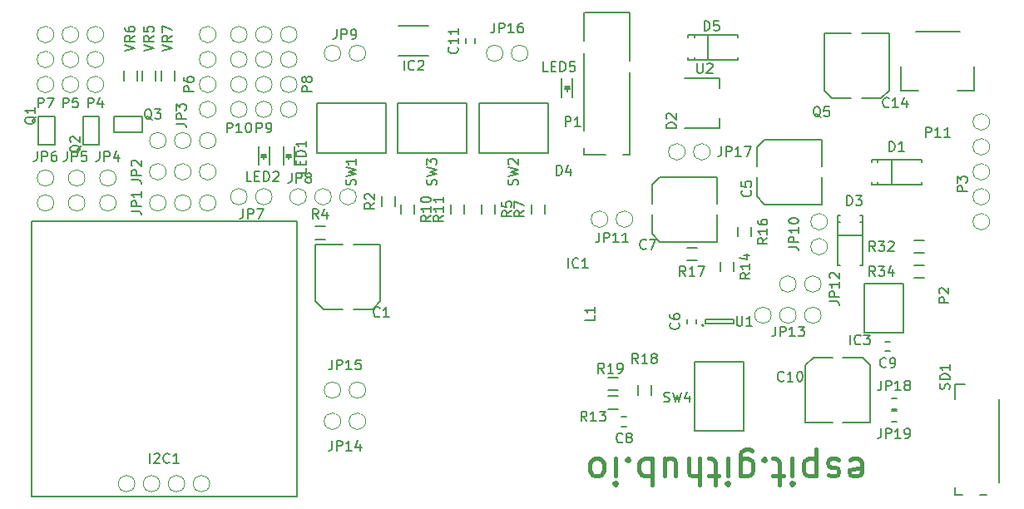
<source format=gbr>
G04 #@! TF.FileFunction,Legend,Top*
%FSLAX46Y46*%
G04 Gerber Fmt 4.6, Leading zero omitted, Abs format (unit mm)*
G04 Created by KiCad (PCBNEW 4.0.0-rc1-stable) date 18.11.2015 07:04:15*
%MOMM*%
G01*
G04 APERTURE LIST*
%ADD10C,0.020000*%
%ADD11C,0.400000*%
%ADD12C,0.150000*%
G04 APERTURE END LIST*
D10*
D11*
X84152184Y-45134043D02*
X84409327Y-45005471D01*
X84923613Y-45005471D01*
X85180756Y-45134043D01*
X85309327Y-45391186D01*
X85309327Y-46419757D01*
X85180756Y-46676900D01*
X84923613Y-46805471D01*
X84409327Y-46805471D01*
X84152184Y-46676900D01*
X84023613Y-46419757D01*
X84023613Y-46162614D01*
X85309327Y-45905471D01*
X82995041Y-45134043D02*
X82737898Y-45005471D01*
X82223613Y-45005471D01*
X81966470Y-45134043D01*
X81837898Y-45391186D01*
X81837898Y-45519757D01*
X81966470Y-45776900D01*
X82223613Y-45905471D01*
X82609327Y-45905471D01*
X82866470Y-46034043D01*
X82995041Y-46291186D01*
X82995041Y-46419757D01*
X82866470Y-46676900D01*
X82609327Y-46805471D01*
X82223613Y-46805471D01*
X81966470Y-46676900D01*
X80680756Y-46805471D02*
X80680756Y-44105471D01*
X80680756Y-46676900D02*
X80423613Y-46805471D01*
X79909327Y-46805471D01*
X79652184Y-46676900D01*
X79523613Y-46548329D01*
X79395042Y-46291186D01*
X79395042Y-45519757D01*
X79523613Y-45262614D01*
X79652184Y-45134043D01*
X79909327Y-45005471D01*
X80423613Y-45005471D01*
X80680756Y-45134043D01*
X78237899Y-45005471D02*
X78237899Y-46805471D01*
X78237899Y-47705471D02*
X78366470Y-47576900D01*
X78237899Y-47448329D01*
X78109327Y-47576900D01*
X78237899Y-47705471D01*
X78237899Y-47448329D01*
X77337899Y-46805471D02*
X76309328Y-46805471D01*
X76952185Y-47705471D02*
X76952185Y-45391186D01*
X76823613Y-45134043D01*
X76566471Y-45005471D01*
X76309328Y-45005471D01*
X75409328Y-45262614D02*
X75280756Y-45134043D01*
X75409328Y-45005471D01*
X75537899Y-45134043D01*
X75409328Y-45262614D01*
X75409328Y-45005471D01*
X72966471Y-46805471D02*
X72966471Y-44619757D01*
X73095042Y-44362614D01*
X73223614Y-44234043D01*
X73480757Y-44105471D01*
X73866471Y-44105471D01*
X74123614Y-44234043D01*
X72966471Y-45134043D02*
X73223614Y-45005471D01*
X73737900Y-45005471D01*
X73995042Y-45134043D01*
X74123614Y-45262614D01*
X74252185Y-45519757D01*
X74252185Y-46291186D01*
X74123614Y-46548329D01*
X73995042Y-46676900D01*
X73737900Y-46805471D01*
X73223614Y-46805471D01*
X72966471Y-46676900D01*
X71680757Y-45005471D02*
X71680757Y-46805471D01*
X71680757Y-47705471D02*
X71809328Y-47576900D01*
X71680757Y-47448329D01*
X71552185Y-47576900D01*
X71680757Y-47705471D01*
X71680757Y-47448329D01*
X70780757Y-46805471D02*
X69752186Y-46805471D01*
X70395043Y-47705471D02*
X70395043Y-45391186D01*
X70266471Y-45134043D01*
X70009329Y-45005471D01*
X69752186Y-45005471D01*
X68852186Y-45005471D02*
X68852186Y-47705471D01*
X67695043Y-45005471D02*
X67695043Y-46419757D01*
X67823614Y-46676900D01*
X68080757Y-46805471D01*
X68466472Y-46805471D01*
X68723614Y-46676900D01*
X68852186Y-46548329D01*
X65252186Y-46805471D02*
X65252186Y-45005471D01*
X66409329Y-46805471D02*
X66409329Y-45391186D01*
X66280757Y-45134043D01*
X66023615Y-45005471D01*
X65637900Y-45005471D01*
X65380757Y-45134043D01*
X65252186Y-45262614D01*
X63966472Y-45005471D02*
X63966472Y-47705471D01*
X63966472Y-46676900D02*
X63709329Y-46805471D01*
X63195043Y-46805471D01*
X62937900Y-46676900D01*
X62809329Y-46548329D01*
X62680758Y-46291186D01*
X62680758Y-45519757D01*
X62809329Y-45262614D01*
X62937900Y-45134043D01*
X63195043Y-45005471D01*
X63709329Y-45005471D01*
X63966472Y-45134043D01*
X61523615Y-45262614D02*
X61395043Y-45134043D01*
X61523615Y-45005471D01*
X61652186Y-45134043D01*
X61523615Y-45262614D01*
X61523615Y-45005471D01*
X60237901Y-45005471D02*
X60237901Y-46805471D01*
X60237901Y-47705471D02*
X60366472Y-47576900D01*
X60237901Y-47448329D01*
X60109329Y-47576900D01*
X60237901Y-47705471D01*
X60237901Y-47448329D01*
X58566473Y-45005471D02*
X58823615Y-45134043D01*
X58952187Y-45262614D01*
X59080758Y-45519757D01*
X59080758Y-46291186D01*
X58952187Y-46548329D01*
X58823615Y-46676900D01*
X58566473Y-46805471D01*
X58180758Y-46805471D01*
X57923615Y-46676900D01*
X57795044Y-46548329D01*
X57666473Y-46291186D01*
X57666473Y-45519757D01*
X57795044Y-45262614D01*
X57923615Y-45134043D01*
X58180758Y-45005471D01*
X58566473Y-45005471D01*
D12*
X54809300Y-6342200D02*
X54809300Y-8242200D01*
X55909300Y-6342200D02*
X55909300Y-8242200D01*
X55359300Y-7242200D02*
X55359300Y-7692200D01*
X55609300Y-7192200D02*
X55109300Y-7192200D01*
X55359300Y-7192200D02*
X55609300Y-7442200D01*
X55609300Y-7442200D02*
X55109300Y-7442200D01*
X55109300Y-7442200D02*
X55359300Y-7192200D01*
X26462900Y-13212900D02*
X26462900Y-15112900D01*
X27562900Y-13212900D02*
X27562900Y-15112900D01*
X27012900Y-14112900D02*
X27012900Y-14562900D01*
X27262900Y-14062900D02*
X26762900Y-14062900D01*
X27012900Y-14062900D02*
X27262900Y-14312900D01*
X27262900Y-14312900D02*
X26762900Y-14312900D01*
X26762900Y-14312900D02*
X27012900Y-14062900D01*
X41212900Y-4001900D02*
X38212900Y-4001900D01*
X38212900Y-1001900D02*
X41212900Y-1001900D01*
X72732900Y-1866900D02*
X72732900Y-2120900D01*
X72732900Y-4152900D02*
X72732900Y-4406900D01*
X67652900Y-4406900D02*
X67652900Y-4279900D01*
X67652900Y-1866900D02*
X67652900Y-2120900D01*
X67652900Y-4279900D02*
X67652900Y-4152900D01*
X68287900Y-1866900D02*
X68287900Y-2120900D01*
X68287900Y-4406900D02*
X68287900Y-4152900D01*
X69684900Y-4406900D02*
X69684900Y-1866900D01*
X72732900Y-4406900D02*
X67652900Y-4406900D01*
X67652900Y-1866900D02*
X72732900Y-1866900D01*
X36339900Y-23224900D02*
X33571300Y-23224900D01*
X29735900Y-23224900D02*
X32504500Y-23224900D01*
X35527100Y-29828900D02*
X33571300Y-29828900D01*
X30548700Y-29828900D02*
X32504500Y-29828900D01*
X30537900Y-29826900D02*
X29737900Y-29026900D01*
X36337900Y-29026900D02*
X35537900Y-29826900D01*
X29737900Y-29026900D02*
X29737900Y-23226900D01*
X36337900Y-29026900D02*
X36337900Y-23226900D01*
X81241900Y-19138900D02*
X81241900Y-16370300D01*
X81241900Y-12534900D02*
X81241900Y-15303500D01*
X74637900Y-18326100D02*
X74637900Y-16370300D01*
X74637900Y-13347700D02*
X74637900Y-15303500D01*
X74639900Y-13336900D02*
X75439900Y-12536900D01*
X75439900Y-19136900D02*
X74639900Y-18336900D01*
X75439900Y-12536900D02*
X81239900Y-12536900D01*
X75439900Y-19136900D02*
X81239900Y-19136900D01*
X70573900Y-22948900D02*
X70573900Y-20180300D01*
X70573900Y-16344900D02*
X70573900Y-19113500D01*
X63969900Y-22136100D02*
X63969900Y-20180300D01*
X63969900Y-17157700D02*
X63969900Y-19113500D01*
X63971900Y-17146900D02*
X64771900Y-16346900D01*
X64771900Y-22946900D02*
X63971900Y-22146900D01*
X64771900Y-16346900D02*
X70571900Y-16346900D01*
X64771900Y-22946900D02*
X70571900Y-22946900D01*
X79590900Y-41363900D02*
X82359500Y-41363900D01*
X86194900Y-41363900D02*
X83426300Y-41363900D01*
X80403700Y-34759900D02*
X82359500Y-34759900D01*
X85382100Y-34759900D02*
X83426300Y-34759900D01*
X85392900Y-34761900D02*
X86192900Y-35561900D01*
X79592900Y-35561900D02*
X80392900Y-34761900D01*
X86192900Y-35561900D02*
X86192900Y-41361900D01*
X79592900Y-35561900D02*
X79592900Y-41361900D01*
X88099900Y-1739900D02*
X85331300Y-1739900D01*
X81495900Y-1739900D02*
X84264500Y-1739900D01*
X87287100Y-8343900D02*
X85331300Y-8343900D01*
X82308700Y-8343900D02*
X84264500Y-8343900D01*
X82297900Y-8341900D02*
X81497900Y-7541900D01*
X88097900Y-7541900D02*
X87297900Y-8341900D01*
X81497900Y-7541900D02*
X81497900Y-1741900D01*
X88097900Y-7541900D02*
X88097900Y-1741900D01*
X57086500Y-14135100D02*
X59270900Y-14135100D01*
X61683900Y-14135100D02*
X61023500Y-14135100D01*
X57086500Y-13398500D02*
X57086500Y-14135100D01*
X57086500Y-3771900D02*
X57086500Y-11671300D01*
X57086500Y368300D02*
X57086500Y-2527300D01*
X61683900Y-5753100D02*
X61683900Y-14135100D01*
X61683900Y368300D02*
X61683900Y-4508500D01*
X61697900Y363100D02*
X57097900Y363100D01*
X85432900Y-25361900D02*
X85178900Y-25361900D01*
X83146900Y-25361900D02*
X82892900Y-25361900D01*
X82892900Y-20281900D02*
X83019900Y-20281900D01*
X85432900Y-20281900D02*
X85178900Y-20281900D01*
X83019900Y-20281900D02*
X83146900Y-20281900D01*
X85432900Y-20916900D02*
X85178900Y-20916900D01*
X82892900Y-20916900D02*
X83146900Y-20916900D01*
X82892900Y-22313900D02*
X85432900Y-22313900D01*
X82892900Y-25361900D02*
X82892900Y-20281900D01*
X85432900Y-20281900D02*
X85432900Y-25361900D01*
X91401900Y-14566900D02*
X91401900Y-14820900D01*
X91401900Y-16852900D02*
X91401900Y-17106900D01*
X86321900Y-17106900D02*
X86321900Y-16979900D01*
X86321900Y-14566900D02*
X86321900Y-14820900D01*
X86321900Y-16979900D02*
X86321900Y-16852900D01*
X86956900Y-14566900D02*
X86956900Y-14820900D01*
X86956900Y-17106900D02*
X86956900Y-16852900D01*
X88353900Y-17106900D02*
X88353900Y-14566900D01*
X91401900Y-17106900D02*
X86321900Y-17106900D01*
X86321900Y-14566900D02*
X91401900Y-14566900D01*
X27812900Y-20856900D02*
X812900Y-20856900D01*
X27812900Y-48856900D02*
X27812900Y-20856900D01*
X812900Y-48856900D02*
X812900Y-20856900D01*
X27812900Y-48856900D02*
X812900Y-48856900D01*
X14018900Y-6557900D02*
X14018900Y-5557900D01*
X15368900Y-5557900D02*
X15368900Y-6557900D01*
X10208900Y-6557900D02*
X10208900Y-5557900D01*
X11558900Y-5557900D02*
X11558900Y-6557900D01*
X12113900Y-6557900D02*
X12113900Y-5557900D01*
X13463900Y-5557900D02*
X13463900Y-6557900D01*
X70827900Y-10351900D02*
X70827900Y-11351900D01*
X70827900Y-7351900D02*
X70827900Y-6351900D01*
X67327900Y-6351900D02*
X70827900Y-6351900D01*
X70827900Y-11351900D02*
X67327900Y-11351900D01*
X69227900Y-31476900D02*
G75*
G03X69227900Y-31476900I-100000J0D01*
G01*
X69377900Y-30826900D02*
X69377900Y-31326900D01*
X72277900Y-30826900D02*
X69377900Y-30826900D01*
X72277900Y-31326900D02*
X72277900Y-30826900D01*
X69377900Y-31326900D02*
X72277900Y-31326900D01*
X73327900Y-35196900D02*
X73327900Y-42196900D01*
X73327900Y-42196900D02*
X68327900Y-42196900D01*
X68327900Y-42196900D02*
X68327900Y-35196900D01*
X68327900Y-35196900D02*
X73327900Y-35196900D01*
X45117900Y-13891900D02*
X38117900Y-13891900D01*
X38117900Y-13891900D02*
X38117900Y-8891900D01*
X38117900Y-8891900D02*
X45117900Y-8891900D01*
X45117900Y-8891900D02*
X45117900Y-13891900D01*
X53372900Y-13891900D02*
X46372900Y-13891900D01*
X46372900Y-13891900D02*
X46372900Y-8891900D01*
X46372900Y-8891900D02*
X53372900Y-8891900D01*
X53372900Y-8891900D02*
X53372900Y-13891900D01*
X36862900Y-13891900D02*
X29862900Y-13891900D01*
X29862900Y-13891900D02*
X29862900Y-8891900D01*
X29862900Y-8891900D02*
X36862900Y-8891900D01*
X36862900Y-8891900D02*
X36862900Y-13891900D01*
X94817900Y-38966900D02*
X94817900Y-37466900D01*
X94817900Y-37466900D02*
X95817900Y-37466900D01*
X99317900Y-47466900D02*
X99317900Y-38966900D01*
X97317900Y-48716900D02*
X98067900Y-48716900D01*
X95567900Y-48716900D02*
X94817900Y-48716900D01*
X94817900Y-48716900D02*
X94817900Y-47966900D01*
X91647900Y-26671900D02*
X90647900Y-26671900D01*
X90647900Y-25321900D02*
X91647900Y-25321900D01*
X90647900Y-22781900D02*
X91647900Y-22781900D01*
X91647900Y-24131900D02*
X90647900Y-24131900D01*
X60532900Y-38101900D02*
X59532900Y-38101900D01*
X59532900Y-36751900D02*
X60532900Y-36751900D01*
X63882900Y-37561900D02*
X63882900Y-38561900D01*
X62532900Y-38561900D02*
X62532900Y-37561900D01*
X68533900Y-24893900D02*
X67533900Y-24893900D01*
X67533900Y-23543900D02*
X68533900Y-23543900D01*
X72692900Y-22432900D02*
X72692900Y-21432900D01*
X74042900Y-21432900D02*
X74042900Y-22432900D01*
X70914900Y-25988900D02*
X70914900Y-24988900D01*
X72264900Y-24988900D02*
X72264900Y-25988900D01*
X59532900Y-38656900D02*
X60532900Y-38656900D01*
X60532900Y-40006900D02*
X59532900Y-40006900D01*
X44832900Y-19146900D02*
X44832900Y-20146900D01*
X43482900Y-20146900D02*
X43482900Y-19146900D01*
X39752900Y-19146900D02*
X39752900Y-20146900D01*
X38402900Y-20146900D02*
X38402900Y-19146900D01*
X53087900Y-19146900D02*
X53087900Y-20146900D01*
X51737900Y-20146900D02*
X51737900Y-19146900D01*
X48007900Y-19146900D02*
X48007900Y-20146900D01*
X46657900Y-20146900D02*
X46657900Y-19146900D01*
X29687900Y-21401900D02*
X30687900Y-21401900D01*
X30687900Y-22751900D02*
X29687900Y-22751900D01*
X36512900Y-19326900D02*
X36512900Y-18326900D01*
X37862900Y-18326900D02*
X37862900Y-19326900D01*
X12079900Y-11835900D02*
X12079900Y-10185900D01*
X9179900Y-10185900D02*
X9179900Y-11835900D01*
X9179900Y-11835900D02*
X12079900Y-11835900D01*
X9179900Y-10185900D02*
X12079900Y-10185900D01*
X7700780Y-10195900D02*
X6050780Y-10195900D01*
X6050780Y-13095900D02*
X7700780Y-13095900D01*
X7700780Y-13095900D02*
X7700780Y-10195900D01*
X6050780Y-13095900D02*
X6050780Y-10195900D01*
X3199900Y-10195900D02*
X1549900Y-10195900D01*
X1549900Y-13095900D02*
X3199900Y-13095900D01*
X3199900Y-13095900D02*
X3199900Y-10195900D01*
X1549900Y-13095900D02*
X1549900Y-10195900D01*
X95052900Y-7601900D02*
X96802900Y-7601900D01*
X96802900Y-7601900D02*
X96802900Y-5101900D01*
X89302900Y-5101900D02*
X89302900Y-7601900D01*
X89302900Y-7601900D02*
X91052900Y-7601900D01*
X95302900Y-1601900D02*
X90802900Y-1601900D01*
X88357900Y-41241900D02*
X88857900Y-41241900D01*
X88857900Y-40191900D02*
X88357900Y-40191900D01*
X88857900Y-38921900D02*
X88357900Y-38921900D01*
X88357900Y-39971900D02*
X88857900Y-39971900D01*
X85567900Y-32186900D02*
X85567900Y-27186900D01*
X85567900Y-27186900D02*
X89567900Y-27186900D01*
X89567900Y-27186900D02*
X89567900Y-32186900D01*
X89567900Y-32186900D02*
X85567900Y-32186900D01*
X23922900Y-13212900D02*
X23922900Y-15112900D01*
X25022900Y-13212900D02*
X25022900Y-15112900D01*
X24472900Y-14112900D02*
X24472900Y-14562900D01*
X24722900Y-14062900D02*
X24222900Y-14062900D01*
X24472900Y-14062900D02*
X24722900Y-14312900D01*
X24722900Y-14312900D02*
X24222900Y-14312900D01*
X24222900Y-14312900D02*
X24472900Y-14062900D01*
X45012900Y-2276900D02*
X45012900Y-2776900D01*
X45962900Y-2776900D02*
X45962900Y-2276900D01*
X87722900Y-34091900D02*
X88222900Y-34091900D01*
X88222900Y-33141900D02*
X87722900Y-33141900D01*
X60887900Y-41751900D02*
X61387900Y-41751900D01*
X61387900Y-40801900D02*
X60887900Y-40801900D01*
X67558900Y-30826900D02*
X67558900Y-31326900D01*
X68508900Y-31326900D02*
X68508900Y-30826900D01*
D10*
X76112900Y-30441900D02*
G75*
G03X76112900Y-30441900I-840000J0D01*
G01*
X78652900Y-30441900D02*
G75*
G03X78652900Y-30441900I-840000J0D01*
G01*
X81192900Y-30441900D02*
G75*
G03X81192900Y-30441900I-840000J0D01*
G01*
X11342900Y-47586900D02*
G75*
G03X11342900Y-47586900I-840000J0D01*
G01*
X13882900Y-47586900D02*
G75*
G03X13882900Y-47586900I-840000J0D01*
G01*
X16422900Y-47586900D02*
G75*
G03X16422900Y-47586900I-840000J0D01*
G01*
X18962900Y-47586900D02*
G75*
G03X18962900Y-47586900I-840000J0D01*
G01*
X22772900Y-9486900D02*
G75*
G03X22772900Y-9486900I-840000J0D01*
G01*
X22772900Y-6946900D02*
G75*
G03X22772900Y-6946900I-840000J0D01*
G01*
X22772900Y-4406900D02*
G75*
G03X22772900Y-4406900I-840000J0D01*
G01*
X22772900Y-1866900D02*
G75*
G03X22772900Y-1866900I-840000J0D01*
G01*
X25312900Y-9486900D02*
G75*
G03X25312900Y-9486900I-840000J0D01*
G01*
X25312900Y-6946900D02*
G75*
G03X25312900Y-6946900I-840000J0D01*
G01*
X25312900Y-4406900D02*
G75*
G03X25312900Y-4406900I-840000J0D01*
G01*
X25312900Y-1866900D02*
G75*
G03X25312900Y-1866900I-840000J0D01*
G01*
X27852900Y-9486900D02*
G75*
G03X27852900Y-9486900I-840000J0D01*
G01*
X27852900Y-6946900D02*
G75*
G03X27852900Y-6946900I-840000J0D01*
G01*
X27852900Y-4406900D02*
G75*
G03X27852900Y-4406900I-840000J0D01*
G01*
X27852900Y-1866900D02*
G75*
G03X27852900Y-1866900I-840000J0D01*
G01*
X3087900Y-6946900D02*
G75*
G03X3087900Y-6946900I-840000J0D01*
G01*
X3087900Y-4406900D02*
G75*
G03X3087900Y-4406900I-840000J0D01*
G01*
X3087900Y-1866900D02*
G75*
G03X3087900Y-1866900I-840000J0D01*
G01*
X19597900Y-9486900D02*
G75*
G03X19597900Y-9486900I-840000J0D01*
G01*
X19597900Y-6946900D02*
G75*
G03X19597900Y-6946900I-840000J0D01*
G01*
X19597900Y-4406900D02*
G75*
G03X19597900Y-4406900I-840000J0D01*
G01*
X19597900Y-1866900D02*
G75*
G03X19597900Y-1866900I-840000J0D01*
G01*
X5627900Y-6946900D02*
G75*
G03X5627900Y-6946900I-840000J0D01*
G01*
X5627900Y-4406900D02*
G75*
G03X5627900Y-4406900I-840000J0D01*
G01*
X5627900Y-1866900D02*
G75*
G03X5627900Y-1866900I-840000J0D01*
G01*
X8167900Y-6946900D02*
G75*
G03X8167900Y-6946900I-840000J0D01*
G01*
X8167900Y-4406900D02*
G75*
G03X8167900Y-4406900I-840000J0D01*
G01*
X8167900Y-1866900D02*
G75*
G03X8167900Y-1866900I-840000J0D01*
G01*
X98337900Y-10756900D02*
G75*
G03X98337900Y-10756900I-840000J0D01*
G01*
X98337900Y-13296900D02*
G75*
G03X98337900Y-13296900I-840000J0D01*
G01*
X98337900Y-15836900D02*
G75*
G03X98337900Y-15836900I-840000J0D01*
G01*
X98337900Y-18376900D02*
G75*
G03X98337900Y-18376900I-840000J0D01*
G01*
X98337900Y-20916900D02*
G75*
G03X98337900Y-20916900I-840000J0D01*
G01*
X69889900Y-13804900D02*
G75*
G03X69889900Y-13804900I-840000J0D01*
G01*
X67349900Y-13804900D02*
G75*
G03X67349900Y-13804900I-840000J0D01*
G01*
X48807900Y-3771900D02*
G75*
G03X48807900Y-3771900I-840000J0D01*
G01*
X51347900Y-3771900D02*
G75*
G03X51347900Y-3771900I-840000J0D01*
G01*
X32297900Y-38061900D02*
G75*
G03X32297900Y-38061900I-840000J0D01*
G01*
X34837900Y-38061900D02*
G75*
G03X34837900Y-38061900I-840000J0D01*
G01*
X34837900Y-41236900D02*
G75*
G03X34837900Y-41236900I-840000J0D01*
G01*
X32297900Y-41236900D02*
G75*
G03X32297900Y-41236900I-840000J0D01*
G01*
X81192900Y-27266900D02*
G75*
G03X81192900Y-27266900I-840000J0D01*
G01*
X78652900Y-27266900D02*
G75*
G03X78652900Y-27266900I-840000J0D01*
G01*
X59475900Y-20662900D02*
G75*
G03X59475900Y-20662900I-840000J0D01*
G01*
X62015900Y-20662900D02*
G75*
G03X62015900Y-20662900I-840000J0D01*
G01*
X81827900Y-23456900D02*
G75*
G03X81827900Y-23456900I-840000J0D01*
G01*
X81827900Y-20916900D02*
G75*
G03X81827900Y-20916900I-840000J0D01*
G01*
X32297900Y-3771900D02*
G75*
G03X32297900Y-3771900I-840000J0D01*
G01*
X34837900Y-3771900D02*
G75*
G03X34837900Y-3771900I-840000J0D01*
G01*
X28797900Y-18376900D02*
G75*
G03X28797900Y-18376900I-840000J0D01*
G01*
X31337900Y-18376900D02*
G75*
G03X31337900Y-18376900I-840000J0D01*
G01*
X33877900Y-18376900D02*
G75*
G03X33877900Y-18376900I-840000J0D01*
G01*
X25312900Y-18376900D02*
G75*
G03X25312900Y-18376900I-840000J0D01*
G01*
X22772900Y-18376900D02*
G75*
G03X22772900Y-18376900I-840000J0D01*
G01*
X3087900Y-16471900D02*
G75*
G03X3087900Y-16471900I-840000J0D01*
G01*
X3087900Y-19011900D02*
G75*
G03X3087900Y-19011900I-840000J0D01*
G01*
X6262900Y-16471900D02*
G75*
G03X6262900Y-16471900I-840000J0D01*
G01*
X6262900Y-19011900D02*
G75*
G03X6262900Y-19011900I-840000J0D01*
G01*
X9437900Y-16471900D02*
G75*
G03X9437900Y-16471900I-840000J0D01*
G01*
X9437900Y-19011900D02*
G75*
G03X9437900Y-19011900I-840000J0D01*
G01*
X14517900Y-12661900D02*
G75*
G03X14517900Y-12661900I-840000J0D01*
G01*
X17057900Y-12661900D02*
G75*
G03X17057900Y-12661900I-840000J0D01*
G01*
X19597900Y-12661900D02*
G75*
G03X19597900Y-12661900I-840000J0D01*
G01*
X14517900Y-15836900D02*
G75*
G03X14517900Y-15836900I-840000J0D01*
G01*
X17057900Y-15836900D02*
G75*
G03X17057900Y-15836900I-840000J0D01*
G01*
X19597900Y-15836900D02*
G75*
G03X19597900Y-15836900I-840000J0D01*
G01*
X14517900Y-19011900D02*
G75*
G03X14517900Y-19011900I-840000J0D01*
G01*
X17057900Y-19011900D02*
G75*
G03X17057900Y-19011900I-840000J0D01*
G01*
X19597900Y-19011900D02*
G75*
G03X19597900Y-19011900I-840000J0D01*
G01*
D12*
X66416181Y-11406095D02*
X65416181Y-11406095D01*
X65416181Y-11168000D01*
X65463800Y-11025142D01*
X65559038Y-10929904D01*
X65654276Y-10882285D01*
X65844752Y-10834666D01*
X65987610Y-10834666D01*
X66178086Y-10882285D01*
X66273324Y-10929904D01*
X66368562Y-11025142D01*
X66416181Y-11168000D01*
X66416181Y-11406095D01*
X65511419Y-10453714D02*
X65463800Y-10406095D01*
X65416181Y-10310857D01*
X65416181Y-10072761D01*
X65463800Y-9977523D01*
X65511419Y-9929904D01*
X65606657Y-9882285D01*
X65701895Y-9882285D01*
X65844752Y-9929904D01*
X66416181Y-10501333D01*
X66416181Y-9882285D01*
X53402053Y-5633981D02*
X52925862Y-5633981D01*
X52925862Y-4633981D01*
X53735386Y-5110171D02*
X54068720Y-5110171D01*
X54211577Y-5633981D02*
X53735386Y-5633981D01*
X53735386Y-4633981D01*
X54211577Y-4633981D01*
X54640148Y-5633981D02*
X54640148Y-4633981D01*
X54878243Y-4633981D01*
X55021101Y-4681600D01*
X55116339Y-4776838D01*
X55163958Y-4872076D01*
X55211577Y-5062552D01*
X55211577Y-5205410D01*
X55163958Y-5395886D01*
X55116339Y-5491124D01*
X55021101Y-5586362D01*
X54878243Y-5633981D01*
X54640148Y-5633981D01*
X56116339Y-4633981D02*
X55640148Y-4633981D01*
X55592529Y-5110171D01*
X55640148Y-5062552D01*
X55735386Y-5014933D01*
X55973482Y-5014933D01*
X56068720Y-5062552D01*
X56116339Y-5110171D01*
X56163958Y-5205410D01*
X56163958Y-5443505D01*
X56116339Y-5538743D01*
X56068720Y-5586362D01*
X55973482Y-5633981D01*
X55735386Y-5633981D01*
X55640148Y-5586362D01*
X55592529Y-5538743D01*
X76543377Y-31594281D02*
X76543377Y-32308567D01*
X76495757Y-32451424D01*
X76400519Y-32546662D01*
X76257662Y-32594281D01*
X76162424Y-32594281D01*
X77019567Y-32594281D02*
X77019567Y-31594281D01*
X77400520Y-31594281D01*
X77495758Y-31641900D01*
X77543377Y-31689519D01*
X77590996Y-31784757D01*
X77590996Y-31927614D01*
X77543377Y-32022852D01*
X77495758Y-32070471D01*
X77400520Y-32118090D01*
X77019567Y-32118090D01*
X78543377Y-32594281D02*
X77971948Y-32594281D01*
X78257662Y-32594281D02*
X78257662Y-31594281D01*
X78162424Y-31737138D01*
X78067186Y-31832376D01*
X77971948Y-31879995D01*
X78876710Y-31594281D02*
X79495758Y-31594281D01*
X79162424Y-31975233D01*
X79305282Y-31975233D01*
X79400520Y-32022852D01*
X79448139Y-32070471D01*
X79495758Y-32165710D01*
X79495758Y-32403805D01*
X79448139Y-32499043D01*
X79400520Y-32546662D01*
X79305282Y-32594281D01*
X79019567Y-32594281D01*
X78924329Y-32546662D01*
X78876710Y-32499043D01*
X28735281Y-15482747D02*
X28735281Y-15958938D01*
X27735281Y-15958938D01*
X28211471Y-15149414D02*
X28211471Y-14816080D01*
X28735281Y-14673223D02*
X28735281Y-15149414D01*
X27735281Y-15149414D01*
X27735281Y-14673223D01*
X28735281Y-14244652D02*
X27735281Y-14244652D01*
X27735281Y-14006557D01*
X27782900Y-13863699D01*
X27878138Y-13768461D01*
X27973376Y-13720842D01*
X28163852Y-13673223D01*
X28306710Y-13673223D01*
X28497186Y-13720842D01*
X28592424Y-13768461D01*
X28687662Y-13863699D01*
X28735281Y-14006557D01*
X28735281Y-14244652D01*
X28735281Y-12720842D02*
X28735281Y-13292271D01*
X28735281Y-13006557D02*
X27735281Y-13006557D01*
X27878138Y-13101795D01*
X27973376Y-13197033D01*
X28020995Y-13292271D01*
X38736710Y-5494281D02*
X38736710Y-4494281D01*
X39784329Y-5399043D02*
X39736710Y-5446662D01*
X39593853Y-5494281D01*
X39498615Y-5494281D01*
X39355757Y-5446662D01*
X39260519Y-5351424D01*
X39212900Y-5256186D01*
X39165281Y-5065710D01*
X39165281Y-4922852D01*
X39212900Y-4732376D01*
X39260519Y-4637138D01*
X39355757Y-4541900D01*
X39498615Y-4494281D01*
X39593853Y-4494281D01*
X39736710Y-4541900D01*
X39784329Y-4589519D01*
X40165281Y-4589519D02*
X40212900Y-4541900D01*
X40308138Y-4494281D01*
X40546234Y-4494281D01*
X40641472Y-4541900D01*
X40689091Y-4589519D01*
X40736710Y-4684757D01*
X40736710Y-4779995D01*
X40689091Y-4922852D01*
X40117662Y-5494281D01*
X40736710Y-5494281D01*
X69299805Y-1479281D02*
X69299805Y-479281D01*
X69537900Y-479281D01*
X69680758Y-526900D01*
X69775996Y-622138D01*
X69823615Y-717376D01*
X69871234Y-907852D01*
X69871234Y-1050710D01*
X69823615Y-1241186D01*
X69775996Y-1336424D01*
X69680758Y-1431662D01*
X69537900Y-1479281D01*
X69299805Y-1479281D01*
X70775996Y-479281D02*
X70299805Y-479281D01*
X70252186Y-955471D01*
X70299805Y-907852D01*
X70395043Y-860233D01*
X70633139Y-860233D01*
X70728377Y-907852D01*
X70775996Y-955471D01*
X70823615Y-1050710D01*
X70823615Y-1288805D01*
X70775996Y-1384043D01*
X70728377Y-1431662D01*
X70633139Y-1479281D01*
X70395043Y-1479281D01*
X70299805Y-1431662D01*
X70252186Y-1384043D01*
X36271234Y-30534043D02*
X36223615Y-30581662D01*
X36080758Y-30629281D01*
X35985520Y-30629281D01*
X35842662Y-30581662D01*
X35747424Y-30486424D01*
X35699805Y-30391186D01*
X35652186Y-30200710D01*
X35652186Y-30057852D01*
X35699805Y-29867376D01*
X35747424Y-29772138D01*
X35842662Y-29676900D01*
X35985520Y-29629281D01*
X36080758Y-29629281D01*
X36223615Y-29676900D01*
X36271234Y-29724519D01*
X37223615Y-30629281D02*
X36652186Y-30629281D01*
X36937900Y-30629281D02*
X36937900Y-29629281D01*
X36842662Y-29772138D01*
X36747424Y-29867376D01*
X36652186Y-29914995D01*
X73995043Y-17743566D02*
X74042662Y-17791185D01*
X74090281Y-17934042D01*
X74090281Y-18029280D01*
X74042662Y-18172138D01*
X73947424Y-18267376D01*
X73852186Y-18314995D01*
X73661710Y-18362614D01*
X73518852Y-18362614D01*
X73328376Y-18314995D01*
X73233138Y-18267376D01*
X73137900Y-18172138D01*
X73090281Y-18029280D01*
X73090281Y-17934042D01*
X73137900Y-17791185D01*
X73185519Y-17743566D01*
X73090281Y-16838804D02*
X73090281Y-17314995D01*
X73566471Y-17362614D01*
X73518852Y-17314995D01*
X73471233Y-17219757D01*
X73471233Y-16981661D01*
X73518852Y-16886423D01*
X73566471Y-16838804D01*
X73661710Y-16791185D01*
X73899805Y-16791185D01*
X73995043Y-16838804D01*
X74042662Y-16886423D01*
X74090281Y-16981661D01*
X74090281Y-17219757D01*
X74042662Y-17314995D01*
X73995043Y-17362614D01*
X63371234Y-23634043D02*
X63323615Y-23681662D01*
X63180758Y-23729281D01*
X63085520Y-23729281D01*
X62942662Y-23681662D01*
X62847424Y-23586424D01*
X62799805Y-23491186D01*
X62752186Y-23300710D01*
X62752186Y-23157852D01*
X62799805Y-22967376D01*
X62847424Y-22872138D01*
X62942662Y-22776900D01*
X63085520Y-22729281D01*
X63180758Y-22729281D01*
X63323615Y-22776900D01*
X63371234Y-22824519D01*
X63704567Y-22729281D02*
X64371234Y-22729281D01*
X63942662Y-23729281D01*
X77395043Y-37084043D02*
X77347424Y-37131662D01*
X77204567Y-37179281D01*
X77109329Y-37179281D01*
X76966471Y-37131662D01*
X76871233Y-37036424D01*
X76823614Y-36941186D01*
X76775995Y-36750710D01*
X76775995Y-36607852D01*
X76823614Y-36417376D01*
X76871233Y-36322138D01*
X76966471Y-36226900D01*
X77109329Y-36179281D01*
X77204567Y-36179281D01*
X77347424Y-36226900D01*
X77395043Y-36274519D01*
X78347424Y-37179281D02*
X77775995Y-37179281D01*
X78061709Y-37179281D02*
X78061709Y-36179281D01*
X77966471Y-36322138D01*
X77871233Y-36417376D01*
X77775995Y-36464995D01*
X78966471Y-36179281D02*
X79061710Y-36179281D01*
X79156948Y-36226900D01*
X79204567Y-36274519D01*
X79252186Y-36369757D01*
X79299805Y-36560233D01*
X79299805Y-36798329D01*
X79252186Y-36988805D01*
X79204567Y-37084043D01*
X79156948Y-37131662D01*
X79061710Y-37179281D01*
X78966471Y-37179281D01*
X78871233Y-37131662D01*
X78823614Y-37084043D01*
X78775995Y-36988805D01*
X78728376Y-36798329D01*
X78728376Y-36560233D01*
X78775995Y-36369757D01*
X78823614Y-36274519D01*
X78871233Y-36226900D01*
X78966471Y-36179281D01*
X88095043Y-9184043D02*
X88047424Y-9231662D01*
X87904567Y-9279281D01*
X87809329Y-9279281D01*
X87666471Y-9231662D01*
X87571233Y-9136424D01*
X87523614Y-9041186D01*
X87475995Y-8850710D01*
X87475995Y-8707852D01*
X87523614Y-8517376D01*
X87571233Y-8422138D01*
X87666471Y-8326900D01*
X87809329Y-8279281D01*
X87904567Y-8279281D01*
X88047424Y-8326900D01*
X88095043Y-8374519D01*
X89047424Y-9279281D02*
X88475995Y-9279281D01*
X88761709Y-9279281D02*
X88761709Y-8279281D01*
X88666471Y-8422138D01*
X88571233Y-8517376D01*
X88475995Y-8564995D01*
X89904567Y-8612614D02*
X89904567Y-9279281D01*
X89666471Y-8231662D02*
X89428376Y-8945948D01*
X90047424Y-8945948D01*
X55149805Y-11229281D02*
X55149805Y-10229281D01*
X55530758Y-10229281D01*
X55625996Y-10276900D01*
X55673615Y-10324519D01*
X55721234Y-10419757D01*
X55721234Y-10562614D01*
X55673615Y-10657852D01*
X55625996Y-10705471D01*
X55530758Y-10753090D01*
X55149805Y-10753090D01*
X56673615Y-11229281D02*
X56102186Y-11229281D01*
X56387900Y-11229281D02*
X56387900Y-10229281D01*
X56292662Y-10372138D01*
X56197424Y-10467376D01*
X56102186Y-10514995D01*
X83802805Y-19262281D02*
X83802805Y-18262281D01*
X84040900Y-18262281D01*
X84183758Y-18309900D01*
X84278996Y-18405138D01*
X84326615Y-18500376D01*
X84374234Y-18690852D01*
X84374234Y-18833710D01*
X84326615Y-19024186D01*
X84278996Y-19119424D01*
X84183758Y-19214662D01*
X84040900Y-19262281D01*
X83802805Y-19262281D01*
X84707567Y-18262281D02*
X85326615Y-18262281D01*
X84993281Y-18643233D01*
X85136139Y-18643233D01*
X85231377Y-18690852D01*
X85278996Y-18738471D01*
X85326615Y-18833710D01*
X85326615Y-19071805D01*
X85278996Y-19167043D01*
X85231377Y-19214662D01*
X85136139Y-19262281D01*
X84850424Y-19262281D01*
X84755186Y-19214662D01*
X84707567Y-19167043D01*
X88123805Y-13749281D02*
X88123805Y-12749281D01*
X88361900Y-12749281D01*
X88504758Y-12796900D01*
X88599996Y-12892138D01*
X88647615Y-12987376D01*
X88695234Y-13177852D01*
X88695234Y-13320710D01*
X88647615Y-13511186D01*
X88599996Y-13606424D01*
X88504758Y-13701662D01*
X88361900Y-13749281D01*
X88123805Y-13749281D01*
X89647615Y-13749281D02*
X89076186Y-13749281D01*
X89361900Y-13749281D02*
X89361900Y-12749281D01*
X89266662Y-12892138D01*
X89171424Y-12987376D01*
X89076186Y-13034995D01*
X12860519Y-45499281D02*
X12860519Y-44499281D01*
X13289090Y-44594519D02*
X13336709Y-44546900D01*
X13431947Y-44499281D01*
X13670043Y-44499281D01*
X13765281Y-44546900D01*
X13812900Y-44594519D01*
X13860519Y-44689757D01*
X13860519Y-44784995D01*
X13812900Y-44927852D01*
X13241471Y-45499281D01*
X13860519Y-45499281D01*
X14860519Y-45404043D02*
X14812900Y-45451662D01*
X14670043Y-45499281D01*
X14574805Y-45499281D01*
X14431947Y-45451662D01*
X14336709Y-45356424D01*
X14289090Y-45261186D01*
X14241471Y-45070710D01*
X14241471Y-44927852D01*
X14289090Y-44737376D01*
X14336709Y-44642138D01*
X14431947Y-44546900D01*
X14574805Y-44499281D01*
X14670043Y-44499281D01*
X14812900Y-44546900D01*
X14860519Y-44594519D01*
X15812900Y-45499281D02*
X15241471Y-45499281D01*
X15527185Y-45499281D02*
X15527185Y-44499281D01*
X15431947Y-44642138D01*
X15336709Y-44737376D01*
X15241471Y-44784995D01*
X14146281Y-3557424D02*
X15146281Y-3224091D01*
X14146281Y-2890757D01*
X15146281Y-1985995D02*
X14670090Y-2319329D01*
X15146281Y-2557424D02*
X14146281Y-2557424D01*
X14146281Y-2176471D01*
X14193900Y-2081233D01*
X14241519Y-2033614D01*
X14336757Y-1985995D01*
X14479614Y-1985995D01*
X14574852Y-2033614D01*
X14622471Y-2081233D01*
X14670090Y-2176471D01*
X14670090Y-2557424D01*
X14146281Y-1652662D02*
X14146281Y-985995D01*
X15146281Y-1414567D01*
X10336281Y-3557424D02*
X11336281Y-3224091D01*
X10336281Y-2890757D01*
X11336281Y-1985995D02*
X10860090Y-2319329D01*
X11336281Y-2557424D02*
X10336281Y-2557424D01*
X10336281Y-2176471D01*
X10383900Y-2081233D01*
X10431519Y-2033614D01*
X10526757Y-1985995D01*
X10669614Y-1985995D01*
X10764852Y-2033614D01*
X10812471Y-2081233D01*
X10860090Y-2176471D01*
X10860090Y-2557424D01*
X10336281Y-1128852D02*
X10336281Y-1319329D01*
X10383900Y-1414567D01*
X10431519Y-1462186D01*
X10574376Y-1557424D01*
X10764852Y-1605043D01*
X11145805Y-1605043D01*
X11241043Y-1557424D01*
X11288662Y-1509805D01*
X11336281Y-1414567D01*
X11336281Y-1224090D01*
X11288662Y-1128852D01*
X11241043Y-1081233D01*
X11145805Y-1033614D01*
X10907710Y-1033614D01*
X10812471Y-1081233D01*
X10764852Y-1128852D01*
X10717233Y-1224090D01*
X10717233Y-1414567D01*
X10764852Y-1509805D01*
X10812471Y-1557424D01*
X10907710Y-1605043D01*
X12241281Y-3557424D02*
X13241281Y-3224091D01*
X12241281Y-2890757D01*
X13241281Y-1985995D02*
X12765090Y-2319329D01*
X13241281Y-2557424D02*
X12241281Y-2557424D01*
X12241281Y-2176471D01*
X12288900Y-2081233D01*
X12336519Y-2033614D01*
X12431757Y-1985995D01*
X12574614Y-1985995D01*
X12669852Y-2033614D01*
X12717471Y-2081233D01*
X12765090Y-2176471D01*
X12765090Y-2557424D01*
X12241281Y-1081233D02*
X12241281Y-1557424D01*
X12717471Y-1605043D01*
X12669852Y-1557424D01*
X12622233Y-1462186D01*
X12622233Y-1224090D01*
X12669852Y-1128852D01*
X12717471Y-1081233D01*
X12812710Y-1033614D01*
X13050805Y-1033614D01*
X13146043Y-1081233D01*
X13193662Y-1128852D01*
X13241281Y-1224090D01*
X13241281Y-1462186D01*
X13193662Y-1557424D01*
X13146043Y-1605043D01*
X68565995Y-4804281D02*
X68565995Y-5613805D01*
X68613614Y-5709043D01*
X68661233Y-5756662D01*
X68756471Y-5804281D01*
X68946948Y-5804281D01*
X69042186Y-5756662D01*
X69089805Y-5709043D01*
X69137424Y-5613805D01*
X69137424Y-4804281D01*
X69565995Y-4899519D02*
X69613614Y-4851900D01*
X69708852Y-4804281D01*
X69946948Y-4804281D01*
X70042186Y-4851900D01*
X70089805Y-4899519D01*
X70137424Y-4994757D01*
X70137424Y-5089995D01*
X70089805Y-5232852D01*
X69518376Y-5804281D01*
X70137424Y-5804281D01*
X72605995Y-30529281D02*
X72605995Y-31338805D01*
X72653614Y-31434043D01*
X72701233Y-31481662D01*
X72796471Y-31529281D01*
X72986948Y-31529281D01*
X73082186Y-31481662D01*
X73129805Y-31434043D01*
X73177424Y-31338805D01*
X73177424Y-30529281D01*
X74177424Y-31529281D02*
X73605995Y-31529281D01*
X73891709Y-31529281D02*
X73891709Y-30529281D01*
X73796471Y-30672138D01*
X73701233Y-30767376D01*
X73605995Y-30814995D01*
X65204567Y-39231662D02*
X65347424Y-39279281D01*
X65585520Y-39279281D01*
X65680758Y-39231662D01*
X65728377Y-39184043D01*
X65775996Y-39088805D01*
X65775996Y-38993567D01*
X65728377Y-38898329D01*
X65680758Y-38850710D01*
X65585520Y-38803090D01*
X65395043Y-38755471D01*
X65299805Y-38707852D01*
X65252186Y-38660233D01*
X65204567Y-38564995D01*
X65204567Y-38469757D01*
X65252186Y-38374519D01*
X65299805Y-38326900D01*
X65395043Y-38279281D01*
X65633139Y-38279281D01*
X65775996Y-38326900D01*
X66109329Y-38279281D02*
X66347424Y-39279281D01*
X66537901Y-38564995D01*
X66728377Y-39279281D01*
X66966472Y-38279281D01*
X67775996Y-38612614D02*
X67775996Y-39279281D01*
X67537900Y-38231662D02*
X67299805Y-38945948D01*
X67918853Y-38945948D01*
X42022662Y-17170233D02*
X42070281Y-17027376D01*
X42070281Y-16789280D01*
X42022662Y-16694042D01*
X41975043Y-16646423D01*
X41879805Y-16598804D01*
X41784567Y-16598804D01*
X41689329Y-16646423D01*
X41641710Y-16694042D01*
X41594090Y-16789280D01*
X41546471Y-16979757D01*
X41498852Y-17074995D01*
X41451233Y-17122614D01*
X41355995Y-17170233D01*
X41260757Y-17170233D01*
X41165519Y-17122614D01*
X41117900Y-17074995D01*
X41070281Y-16979757D01*
X41070281Y-16741661D01*
X41117900Y-16598804D01*
X41070281Y-16265471D02*
X42070281Y-16027376D01*
X41355995Y-15836899D01*
X42070281Y-15646423D01*
X41070281Y-15408328D01*
X41070281Y-15122614D02*
X41070281Y-14503566D01*
X41451233Y-14836900D01*
X41451233Y-14694042D01*
X41498852Y-14598804D01*
X41546471Y-14551185D01*
X41641710Y-14503566D01*
X41879805Y-14503566D01*
X41975043Y-14551185D01*
X42022662Y-14598804D01*
X42070281Y-14694042D01*
X42070281Y-14979757D01*
X42022662Y-15074995D01*
X41975043Y-15122614D01*
X50277662Y-17170233D02*
X50325281Y-17027376D01*
X50325281Y-16789280D01*
X50277662Y-16694042D01*
X50230043Y-16646423D01*
X50134805Y-16598804D01*
X50039567Y-16598804D01*
X49944329Y-16646423D01*
X49896710Y-16694042D01*
X49849090Y-16789280D01*
X49801471Y-16979757D01*
X49753852Y-17074995D01*
X49706233Y-17122614D01*
X49610995Y-17170233D01*
X49515757Y-17170233D01*
X49420519Y-17122614D01*
X49372900Y-17074995D01*
X49325281Y-16979757D01*
X49325281Y-16741661D01*
X49372900Y-16598804D01*
X49325281Y-16265471D02*
X50325281Y-16027376D01*
X49610995Y-15836899D01*
X50325281Y-15646423D01*
X49325281Y-15408328D01*
X49420519Y-15074995D02*
X49372900Y-15027376D01*
X49325281Y-14932138D01*
X49325281Y-14694042D01*
X49372900Y-14598804D01*
X49420519Y-14551185D01*
X49515757Y-14503566D01*
X49610995Y-14503566D01*
X49753852Y-14551185D01*
X50325281Y-15122614D01*
X50325281Y-14503566D01*
X33767662Y-17170233D02*
X33815281Y-17027376D01*
X33815281Y-16789280D01*
X33767662Y-16694042D01*
X33720043Y-16646423D01*
X33624805Y-16598804D01*
X33529567Y-16598804D01*
X33434329Y-16646423D01*
X33386710Y-16694042D01*
X33339090Y-16789280D01*
X33291471Y-16979757D01*
X33243852Y-17074995D01*
X33196233Y-17122614D01*
X33100995Y-17170233D01*
X33005757Y-17170233D01*
X32910519Y-17122614D01*
X32862900Y-17074995D01*
X32815281Y-16979757D01*
X32815281Y-16741661D01*
X32862900Y-16598804D01*
X32815281Y-16265471D02*
X33815281Y-16027376D01*
X33100995Y-15836899D01*
X33815281Y-15646423D01*
X32815281Y-15408328D01*
X33815281Y-14503566D02*
X33815281Y-15074995D01*
X33815281Y-14789281D02*
X32815281Y-14789281D01*
X32958138Y-14884519D01*
X33053376Y-14979757D01*
X33100995Y-15074995D01*
X94222662Y-37978805D02*
X94270281Y-37835948D01*
X94270281Y-37597852D01*
X94222662Y-37502614D01*
X94175043Y-37454995D01*
X94079805Y-37407376D01*
X93984567Y-37407376D01*
X93889329Y-37454995D01*
X93841710Y-37502614D01*
X93794090Y-37597852D01*
X93746471Y-37788329D01*
X93698852Y-37883567D01*
X93651233Y-37931186D01*
X93555995Y-37978805D01*
X93460757Y-37978805D01*
X93365519Y-37931186D01*
X93317900Y-37883567D01*
X93270281Y-37788329D01*
X93270281Y-37550233D01*
X93317900Y-37407376D01*
X94270281Y-36978805D02*
X93270281Y-36978805D01*
X93270281Y-36740710D01*
X93317900Y-36597852D01*
X93413138Y-36502614D01*
X93508376Y-36454995D01*
X93698852Y-36407376D01*
X93841710Y-36407376D01*
X94032186Y-36454995D01*
X94127424Y-36502614D01*
X94222662Y-36597852D01*
X94270281Y-36740710D01*
X94270281Y-36978805D01*
X94270281Y-35454995D02*
X94270281Y-36026424D01*
X94270281Y-35740710D02*
X93270281Y-35740710D01*
X93413138Y-35835948D01*
X93508376Y-35931186D01*
X93555995Y-36026424D01*
X86695043Y-26449281D02*
X86361709Y-25973090D01*
X86123614Y-26449281D02*
X86123614Y-25449281D01*
X86504567Y-25449281D01*
X86599805Y-25496900D01*
X86647424Y-25544519D01*
X86695043Y-25639757D01*
X86695043Y-25782614D01*
X86647424Y-25877852D01*
X86599805Y-25925471D01*
X86504567Y-25973090D01*
X86123614Y-25973090D01*
X87028376Y-25449281D02*
X87647424Y-25449281D01*
X87314090Y-25830233D01*
X87456948Y-25830233D01*
X87552186Y-25877852D01*
X87599805Y-25925471D01*
X87647424Y-26020710D01*
X87647424Y-26258805D01*
X87599805Y-26354043D01*
X87552186Y-26401662D01*
X87456948Y-26449281D01*
X87171233Y-26449281D01*
X87075995Y-26401662D01*
X87028376Y-26354043D01*
X88504567Y-25782614D02*
X88504567Y-26449281D01*
X88266471Y-25401662D02*
X88028376Y-26115948D01*
X88647424Y-26115948D01*
X86695043Y-23909281D02*
X86361709Y-23433090D01*
X86123614Y-23909281D02*
X86123614Y-22909281D01*
X86504567Y-22909281D01*
X86599805Y-22956900D01*
X86647424Y-23004519D01*
X86695043Y-23099757D01*
X86695043Y-23242614D01*
X86647424Y-23337852D01*
X86599805Y-23385471D01*
X86504567Y-23433090D01*
X86123614Y-23433090D01*
X87028376Y-22909281D02*
X87647424Y-22909281D01*
X87314090Y-23290233D01*
X87456948Y-23290233D01*
X87552186Y-23337852D01*
X87599805Y-23385471D01*
X87647424Y-23480710D01*
X87647424Y-23718805D01*
X87599805Y-23814043D01*
X87552186Y-23861662D01*
X87456948Y-23909281D01*
X87171233Y-23909281D01*
X87075995Y-23861662D01*
X87028376Y-23814043D01*
X88028376Y-23004519D02*
X88075995Y-22956900D01*
X88171233Y-22909281D01*
X88409329Y-22909281D01*
X88504567Y-22956900D01*
X88552186Y-23004519D01*
X88599805Y-23099757D01*
X88599805Y-23194995D01*
X88552186Y-23337852D01*
X87980757Y-23909281D01*
X88599805Y-23909281D01*
X59095043Y-36329281D02*
X58761709Y-35853090D01*
X58523614Y-36329281D02*
X58523614Y-35329281D01*
X58904567Y-35329281D01*
X58999805Y-35376900D01*
X59047424Y-35424519D01*
X59095043Y-35519757D01*
X59095043Y-35662614D01*
X59047424Y-35757852D01*
X58999805Y-35805471D01*
X58904567Y-35853090D01*
X58523614Y-35853090D01*
X60047424Y-36329281D02*
X59475995Y-36329281D01*
X59761709Y-36329281D02*
X59761709Y-35329281D01*
X59666471Y-35472138D01*
X59571233Y-35567376D01*
X59475995Y-35614995D01*
X60523614Y-36329281D02*
X60714090Y-36329281D01*
X60809329Y-36281662D01*
X60856948Y-36234043D01*
X60952186Y-36091186D01*
X60999805Y-35900710D01*
X60999805Y-35519757D01*
X60952186Y-35424519D01*
X60904567Y-35376900D01*
X60809329Y-35329281D01*
X60618852Y-35329281D01*
X60523614Y-35376900D01*
X60475995Y-35424519D01*
X60428376Y-35519757D01*
X60428376Y-35757852D01*
X60475995Y-35853090D01*
X60523614Y-35900710D01*
X60618852Y-35948329D01*
X60809329Y-35948329D01*
X60904567Y-35900710D01*
X60952186Y-35853090D01*
X60999805Y-35757852D01*
X62565043Y-35339281D02*
X62231709Y-34863090D01*
X61993614Y-35339281D02*
X61993614Y-34339281D01*
X62374567Y-34339281D01*
X62469805Y-34386900D01*
X62517424Y-34434519D01*
X62565043Y-34529757D01*
X62565043Y-34672614D01*
X62517424Y-34767852D01*
X62469805Y-34815471D01*
X62374567Y-34863090D01*
X61993614Y-34863090D01*
X63517424Y-35339281D02*
X62945995Y-35339281D01*
X63231709Y-35339281D02*
X63231709Y-34339281D01*
X63136471Y-34482138D01*
X63041233Y-34577376D01*
X62945995Y-34624995D01*
X64088852Y-34767852D02*
X63993614Y-34720233D01*
X63945995Y-34672614D01*
X63898376Y-34577376D01*
X63898376Y-34529757D01*
X63945995Y-34434519D01*
X63993614Y-34386900D01*
X64088852Y-34339281D01*
X64279329Y-34339281D01*
X64374567Y-34386900D01*
X64422186Y-34434519D01*
X64469805Y-34529757D01*
X64469805Y-34577376D01*
X64422186Y-34672614D01*
X64374567Y-34720233D01*
X64279329Y-34767852D01*
X64088852Y-34767852D01*
X63993614Y-34815471D01*
X63945995Y-34863090D01*
X63898376Y-34958329D01*
X63898376Y-35148805D01*
X63945995Y-35244043D01*
X63993614Y-35291662D01*
X64088852Y-35339281D01*
X64279329Y-35339281D01*
X64374567Y-35291662D01*
X64422186Y-35244043D01*
X64469805Y-35148805D01*
X64469805Y-34958329D01*
X64422186Y-34863090D01*
X64374567Y-34815471D01*
X64279329Y-34767852D01*
X67391043Y-26449281D02*
X67057709Y-25973090D01*
X66819614Y-26449281D02*
X66819614Y-25449281D01*
X67200567Y-25449281D01*
X67295805Y-25496900D01*
X67343424Y-25544519D01*
X67391043Y-25639757D01*
X67391043Y-25782614D01*
X67343424Y-25877852D01*
X67295805Y-25925471D01*
X67200567Y-25973090D01*
X66819614Y-25973090D01*
X68343424Y-26449281D02*
X67771995Y-26449281D01*
X68057709Y-26449281D02*
X68057709Y-25449281D01*
X67962471Y-25592138D01*
X67867233Y-25687376D01*
X67771995Y-25734995D01*
X68676757Y-25449281D02*
X69343424Y-25449281D01*
X68914852Y-26449281D01*
X75720281Y-22575757D02*
X75244090Y-22909091D01*
X75720281Y-23147186D02*
X74720281Y-23147186D01*
X74720281Y-22766233D01*
X74767900Y-22670995D01*
X74815519Y-22623376D01*
X74910757Y-22575757D01*
X75053614Y-22575757D01*
X75148852Y-22623376D01*
X75196471Y-22670995D01*
X75244090Y-22766233D01*
X75244090Y-23147186D01*
X75720281Y-21623376D02*
X75720281Y-22194805D01*
X75720281Y-21909091D02*
X74720281Y-21909091D01*
X74863138Y-22004329D01*
X74958376Y-22099567D01*
X75005995Y-22194805D01*
X74720281Y-20766233D02*
X74720281Y-20956710D01*
X74767900Y-21051948D01*
X74815519Y-21099567D01*
X74958376Y-21194805D01*
X75148852Y-21242424D01*
X75529805Y-21242424D01*
X75625043Y-21194805D01*
X75672662Y-21147186D01*
X75720281Y-21051948D01*
X75720281Y-20861471D01*
X75672662Y-20766233D01*
X75625043Y-20718614D01*
X75529805Y-20670995D01*
X75291710Y-20670995D01*
X75196471Y-20718614D01*
X75148852Y-20766233D01*
X75101233Y-20861471D01*
X75101233Y-21051948D01*
X75148852Y-21147186D01*
X75196471Y-21194805D01*
X75291710Y-21242424D01*
X73942281Y-26131757D02*
X73466090Y-26465091D01*
X73942281Y-26703186D02*
X72942281Y-26703186D01*
X72942281Y-26322233D01*
X72989900Y-26226995D01*
X73037519Y-26179376D01*
X73132757Y-26131757D01*
X73275614Y-26131757D01*
X73370852Y-26179376D01*
X73418471Y-26226995D01*
X73466090Y-26322233D01*
X73466090Y-26703186D01*
X73942281Y-25179376D02*
X73942281Y-25750805D01*
X73942281Y-25465091D02*
X72942281Y-25465091D01*
X73085138Y-25560329D01*
X73180376Y-25655567D01*
X73227995Y-25750805D01*
X73275614Y-24322233D02*
X73942281Y-24322233D01*
X72894662Y-24560329D02*
X73608948Y-24798424D01*
X73608948Y-24179376D01*
X57345043Y-41229281D02*
X57011709Y-40753090D01*
X56773614Y-41229281D02*
X56773614Y-40229281D01*
X57154567Y-40229281D01*
X57249805Y-40276900D01*
X57297424Y-40324519D01*
X57345043Y-40419757D01*
X57345043Y-40562614D01*
X57297424Y-40657852D01*
X57249805Y-40705471D01*
X57154567Y-40753090D01*
X56773614Y-40753090D01*
X58297424Y-41229281D02*
X57725995Y-41229281D01*
X58011709Y-41229281D02*
X58011709Y-40229281D01*
X57916471Y-40372138D01*
X57821233Y-40467376D01*
X57725995Y-40514995D01*
X58630757Y-40229281D02*
X59249805Y-40229281D01*
X58916471Y-40610233D01*
X59059329Y-40610233D01*
X59154567Y-40657852D01*
X59202186Y-40705471D01*
X59249805Y-40800710D01*
X59249805Y-41038805D01*
X59202186Y-41134043D01*
X59154567Y-41181662D01*
X59059329Y-41229281D01*
X58773614Y-41229281D01*
X58678376Y-41181662D01*
X58630757Y-41134043D01*
X42710281Y-20289757D02*
X42234090Y-20623091D01*
X42710281Y-20861186D02*
X41710281Y-20861186D01*
X41710281Y-20480233D01*
X41757900Y-20384995D01*
X41805519Y-20337376D01*
X41900757Y-20289757D01*
X42043614Y-20289757D01*
X42138852Y-20337376D01*
X42186471Y-20384995D01*
X42234090Y-20480233D01*
X42234090Y-20861186D01*
X42710281Y-19337376D02*
X42710281Y-19908805D01*
X42710281Y-19623091D02*
X41710281Y-19623091D01*
X41853138Y-19718329D01*
X41948376Y-19813567D01*
X41995995Y-19908805D01*
X42710281Y-18384995D02*
X42710281Y-18956424D01*
X42710281Y-18670710D02*
X41710281Y-18670710D01*
X41853138Y-18765948D01*
X41948376Y-18861186D01*
X41995995Y-18956424D01*
X41435281Y-20289757D02*
X40959090Y-20623091D01*
X41435281Y-20861186D02*
X40435281Y-20861186D01*
X40435281Y-20480233D01*
X40482900Y-20384995D01*
X40530519Y-20337376D01*
X40625757Y-20289757D01*
X40768614Y-20289757D01*
X40863852Y-20337376D01*
X40911471Y-20384995D01*
X40959090Y-20480233D01*
X40959090Y-20861186D01*
X41435281Y-19337376D02*
X41435281Y-19908805D01*
X41435281Y-19623091D02*
X40435281Y-19623091D01*
X40578138Y-19718329D01*
X40673376Y-19813567D01*
X40720995Y-19908805D01*
X40435281Y-18718329D02*
X40435281Y-18623090D01*
X40482900Y-18527852D01*
X40530519Y-18480233D01*
X40625757Y-18432614D01*
X40816233Y-18384995D01*
X41054329Y-18384995D01*
X41244805Y-18432614D01*
X41340043Y-18480233D01*
X41387662Y-18527852D01*
X41435281Y-18623090D01*
X41435281Y-18718329D01*
X41387662Y-18813567D01*
X41340043Y-18861186D01*
X41244805Y-18908805D01*
X41054329Y-18956424D01*
X40816233Y-18956424D01*
X40625757Y-18908805D01*
X40530519Y-18861186D01*
X40482900Y-18813567D01*
X40435281Y-18718329D01*
X50965281Y-19813566D02*
X50489090Y-20146900D01*
X50965281Y-20384995D02*
X49965281Y-20384995D01*
X49965281Y-20004042D01*
X50012900Y-19908804D01*
X50060519Y-19861185D01*
X50155757Y-19813566D01*
X50298614Y-19813566D01*
X50393852Y-19861185D01*
X50441471Y-19908804D01*
X50489090Y-20004042D01*
X50489090Y-20384995D01*
X49965281Y-19480233D02*
X49965281Y-18813566D01*
X50965281Y-19242138D01*
X49690281Y-19813566D02*
X49214090Y-20146900D01*
X49690281Y-20384995D02*
X48690281Y-20384995D01*
X48690281Y-20004042D01*
X48737900Y-19908804D01*
X48785519Y-19861185D01*
X48880757Y-19813566D01*
X49023614Y-19813566D01*
X49118852Y-19861185D01*
X49166471Y-19908804D01*
X49214090Y-20004042D01*
X49214090Y-20384995D01*
X48690281Y-18908804D02*
X48690281Y-19384995D01*
X49166471Y-19432614D01*
X49118852Y-19384995D01*
X49071233Y-19289757D01*
X49071233Y-19051661D01*
X49118852Y-18956423D01*
X49166471Y-18908804D01*
X49261710Y-18861185D01*
X49499805Y-18861185D01*
X49595043Y-18908804D01*
X49642662Y-18956423D01*
X49690281Y-19051661D01*
X49690281Y-19289757D01*
X49642662Y-19384995D01*
X49595043Y-19432614D01*
X30021234Y-20624281D02*
X29687900Y-20148090D01*
X29449805Y-20624281D02*
X29449805Y-19624281D01*
X29830758Y-19624281D01*
X29925996Y-19671900D01*
X29973615Y-19719519D01*
X30021234Y-19814757D01*
X30021234Y-19957614D01*
X29973615Y-20052852D01*
X29925996Y-20100471D01*
X29830758Y-20148090D01*
X29449805Y-20148090D01*
X30878377Y-19957614D02*
X30878377Y-20624281D01*
X30640281Y-19576662D02*
X30402186Y-20290948D01*
X31021234Y-20290948D01*
X35735281Y-18993566D02*
X35259090Y-19326900D01*
X35735281Y-19564995D02*
X34735281Y-19564995D01*
X34735281Y-19184042D01*
X34782900Y-19088804D01*
X34830519Y-19041185D01*
X34925757Y-18993566D01*
X35068614Y-18993566D01*
X35163852Y-19041185D01*
X35211471Y-19088804D01*
X35259090Y-19184042D01*
X35259090Y-19564995D01*
X34830519Y-18612614D02*
X34782900Y-18564995D01*
X34735281Y-18469757D01*
X34735281Y-18231661D01*
X34782900Y-18136423D01*
X34830519Y-18088804D01*
X34925757Y-18041185D01*
X35020995Y-18041185D01*
X35163852Y-18088804D01*
X35735281Y-18660233D01*
X35735281Y-18041185D01*
X81146662Y-10288519D02*
X81051424Y-10240900D01*
X80956186Y-10145662D01*
X80813329Y-10002805D01*
X80718090Y-9955186D01*
X80622852Y-9955186D01*
X80670471Y-10193281D02*
X80575233Y-10145662D01*
X80479995Y-10050424D01*
X80432376Y-9859948D01*
X80432376Y-9526614D01*
X80479995Y-9336138D01*
X80575233Y-9240900D01*
X80670471Y-9193281D01*
X80860948Y-9193281D01*
X80956186Y-9240900D01*
X81051424Y-9336138D01*
X81099043Y-9526614D01*
X81099043Y-9859948D01*
X81051424Y-10050424D01*
X80956186Y-10145662D01*
X80860948Y-10193281D01*
X80670471Y-10193281D01*
X82003805Y-9193281D02*
X81527614Y-9193281D01*
X81479995Y-9669471D01*
X81527614Y-9621852D01*
X81622852Y-9574233D01*
X81860948Y-9574233D01*
X81956186Y-9621852D01*
X82003805Y-9669471D01*
X82051424Y-9764710D01*
X82051424Y-10002805D01*
X82003805Y-10098043D01*
X81956186Y-10145662D01*
X81860948Y-10193281D01*
X81622852Y-10193281D01*
X81527614Y-10145662D01*
X81479995Y-10098043D01*
X13074662Y-10542519D02*
X12979424Y-10494900D01*
X12884186Y-10399662D01*
X12741329Y-10256805D01*
X12646090Y-10209186D01*
X12550852Y-10209186D01*
X12598471Y-10447281D02*
X12503233Y-10399662D01*
X12407995Y-10304424D01*
X12360376Y-10113948D01*
X12360376Y-9780614D01*
X12407995Y-9590138D01*
X12503233Y-9494900D01*
X12598471Y-9447281D01*
X12788948Y-9447281D01*
X12884186Y-9494900D01*
X12979424Y-9590138D01*
X13027043Y-9780614D01*
X13027043Y-10113948D01*
X12979424Y-10304424D01*
X12884186Y-10399662D01*
X12788948Y-10447281D01*
X12598471Y-10447281D01*
X13360376Y-9447281D02*
X13979424Y-9447281D01*
X13646090Y-9828233D01*
X13788948Y-9828233D01*
X13884186Y-9875852D01*
X13931805Y-9923471D01*
X13979424Y-10018710D01*
X13979424Y-10256805D01*
X13931805Y-10352043D01*
X13884186Y-10399662D01*
X13788948Y-10447281D01*
X13503233Y-10447281D01*
X13407995Y-10399662D01*
X13360376Y-10352043D01*
X5843519Y-13138138D02*
X5795900Y-13233376D01*
X5700662Y-13328614D01*
X5557805Y-13471471D01*
X5510186Y-13566710D01*
X5510186Y-13661948D01*
X5748281Y-13614329D02*
X5700662Y-13709567D01*
X5605424Y-13804805D01*
X5414948Y-13852424D01*
X5081614Y-13852424D01*
X4891138Y-13804805D01*
X4795900Y-13709567D01*
X4748281Y-13614329D01*
X4748281Y-13423852D01*
X4795900Y-13328614D01*
X4891138Y-13233376D01*
X5081614Y-13185757D01*
X5414948Y-13185757D01*
X5605424Y-13233376D01*
X5700662Y-13328614D01*
X5748281Y-13423852D01*
X5748281Y-13614329D01*
X4843519Y-12804805D02*
X4795900Y-12757186D01*
X4748281Y-12661948D01*
X4748281Y-12423852D01*
X4795900Y-12328614D01*
X4843519Y-12280995D01*
X4938757Y-12233376D01*
X5033995Y-12233376D01*
X5176852Y-12280995D01*
X5748281Y-12852424D01*
X5748281Y-12233376D01*
X1271519Y-10217138D02*
X1223900Y-10312376D01*
X1128662Y-10407614D01*
X985805Y-10550471D01*
X938186Y-10645710D01*
X938186Y-10740948D01*
X1176281Y-10693329D02*
X1128662Y-10788567D01*
X1033424Y-10883805D01*
X842948Y-10931424D01*
X509614Y-10931424D01*
X319138Y-10883805D01*
X223900Y-10788567D01*
X176281Y-10693329D01*
X176281Y-10502852D01*
X223900Y-10407614D01*
X319138Y-10312376D01*
X509614Y-10264757D01*
X842948Y-10264757D01*
X1033424Y-10312376D01*
X1128662Y-10407614D01*
X1176281Y-10502852D01*
X1176281Y-10693329D01*
X1176281Y-9312376D02*
X1176281Y-9883805D01*
X1176281Y-9598091D02*
X176281Y-9598091D01*
X319138Y-9693329D01*
X414376Y-9788567D01*
X461995Y-9883805D01*
X91838614Y-12304281D02*
X91838614Y-11304281D01*
X92219567Y-11304281D01*
X92314805Y-11351900D01*
X92362424Y-11399519D01*
X92410043Y-11494757D01*
X92410043Y-11637614D01*
X92362424Y-11732852D01*
X92314805Y-11780471D01*
X92219567Y-11828090D01*
X91838614Y-11828090D01*
X93362424Y-12304281D02*
X92790995Y-12304281D01*
X93076709Y-12304281D02*
X93076709Y-11304281D01*
X92981471Y-11447138D01*
X92886233Y-11542376D01*
X92790995Y-11589995D01*
X94314805Y-12304281D02*
X93743376Y-12304281D01*
X94029090Y-12304281D02*
X94029090Y-11304281D01*
X93933852Y-11447138D01*
X93838614Y-11542376D01*
X93743376Y-11589995D01*
X20718614Y-11844281D02*
X20718614Y-10844281D01*
X21099567Y-10844281D01*
X21194805Y-10891900D01*
X21242424Y-10939519D01*
X21290043Y-11034757D01*
X21290043Y-11177614D01*
X21242424Y-11272852D01*
X21194805Y-11320471D01*
X21099567Y-11368090D01*
X20718614Y-11368090D01*
X22242424Y-11844281D02*
X21670995Y-11844281D01*
X21956709Y-11844281D02*
X21956709Y-10844281D01*
X21861471Y-10987138D01*
X21766233Y-11082376D01*
X21670995Y-11129995D01*
X22861471Y-10844281D02*
X22956710Y-10844281D01*
X23051948Y-10891900D01*
X23099567Y-10939519D01*
X23147186Y-11034757D01*
X23194805Y-11225233D01*
X23194805Y-11463329D01*
X23147186Y-11653805D01*
X23099567Y-11749043D01*
X23051948Y-11796662D01*
X22956710Y-11844281D01*
X22861471Y-11844281D01*
X22766233Y-11796662D01*
X22718614Y-11749043D01*
X22670995Y-11653805D01*
X22623376Y-11463329D01*
X22623376Y-11225233D01*
X22670995Y-11034757D01*
X22718614Y-10939519D01*
X22766233Y-10891900D01*
X22861471Y-10844281D01*
X23734805Y-11844281D02*
X23734805Y-10844281D01*
X24115758Y-10844281D01*
X24210996Y-10891900D01*
X24258615Y-10939519D01*
X24306234Y-11034757D01*
X24306234Y-11177614D01*
X24258615Y-11272852D01*
X24210996Y-11320471D01*
X24115758Y-11368090D01*
X23734805Y-11368090D01*
X24782424Y-11844281D02*
X24972900Y-11844281D01*
X25068139Y-11796662D01*
X25115758Y-11749043D01*
X25210996Y-11606186D01*
X25258615Y-11415710D01*
X25258615Y-11034757D01*
X25210996Y-10939519D01*
X25163377Y-10891900D01*
X25068139Y-10844281D01*
X24877662Y-10844281D01*
X24782424Y-10891900D01*
X24734805Y-10939519D01*
X24687186Y-11034757D01*
X24687186Y-11272852D01*
X24734805Y-11368090D01*
X24782424Y-11415710D01*
X24877662Y-11463329D01*
X25068139Y-11463329D01*
X25163377Y-11415710D01*
X25210996Y-11368090D01*
X25258615Y-11272852D01*
X29370281Y-7684995D02*
X28370281Y-7684995D01*
X28370281Y-7304042D01*
X28417900Y-7208804D01*
X28465519Y-7161185D01*
X28560757Y-7113566D01*
X28703614Y-7113566D01*
X28798852Y-7161185D01*
X28846471Y-7208804D01*
X28894090Y-7304042D01*
X28894090Y-7684995D01*
X28798852Y-6542138D02*
X28751233Y-6637376D01*
X28703614Y-6684995D01*
X28608376Y-6732614D01*
X28560757Y-6732614D01*
X28465519Y-6684995D01*
X28417900Y-6637376D01*
X28370281Y-6542138D01*
X28370281Y-6351661D01*
X28417900Y-6256423D01*
X28465519Y-6208804D01*
X28560757Y-6161185D01*
X28608376Y-6161185D01*
X28703614Y-6208804D01*
X28751233Y-6256423D01*
X28798852Y-6351661D01*
X28798852Y-6542138D01*
X28846471Y-6637376D01*
X28894090Y-6684995D01*
X28989329Y-6732614D01*
X29179805Y-6732614D01*
X29275043Y-6684995D01*
X29322662Y-6637376D01*
X29370281Y-6542138D01*
X29370281Y-6351661D01*
X29322662Y-6256423D01*
X29275043Y-6208804D01*
X29179805Y-6161185D01*
X28989329Y-6161185D01*
X28894090Y-6208804D01*
X28846471Y-6256423D01*
X28798852Y-6351661D01*
X1509805Y-9304281D02*
X1509805Y-8304281D01*
X1890758Y-8304281D01*
X1985996Y-8351900D01*
X2033615Y-8399519D01*
X2081234Y-8494757D01*
X2081234Y-8637614D01*
X2033615Y-8732852D01*
X1985996Y-8780471D01*
X1890758Y-8828090D01*
X1509805Y-8828090D01*
X2414567Y-8304281D02*
X3081234Y-8304281D01*
X2652662Y-9304281D01*
X17305281Y-7684995D02*
X16305281Y-7684995D01*
X16305281Y-7304042D01*
X16352900Y-7208804D01*
X16400519Y-7161185D01*
X16495757Y-7113566D01*
X16638614Y-7113566D01*
X16733852Y-7161185D01*
X16781471Y-7208804D01*
X16829090Y-7304042D01*
X16829090Y-7684995D01*
X16305281Y-6256423D02*
X16305281Y-6446900D01*
X16352900Y-6542138D01*
X16400519Y-6589757D01*
X16543376Y-6684995D01*
X16733852Y-6732614D01*
X17114805Y-6732614D01*
X17210043Y-6684995D01*
X17257662Y-6637376D01*
X17305281Y-6542138D01*
X17305281Y-6351661D01*
X17257662Y-6256423D01*
X17210043Y-6208804D01*
X17114805Y-6161185D01*
X16876710Y-6161185D01*
X16781471Y-6208804D01*
X16733852Y-6256423D01*
X16686233Y-6351661D01*
X16686233Y-6542138D01*
X16733852Y-6637376D01*
X16781471Y-6684995D01*
X16876710Y-6732614D01*
X4049805Y-9304281D02*
X4049805Y-8304281D01*
X4430758Y-8304281D01*
X4525996Y-8351900D01*
X4573615Y-8399519D01*
X4621234Y-8494757D01*
X4621234Y-8637614D01*
X4573615Y-8732852D01*
X4525996Y-8780471D01*
X4430758Y-8828090D01*
X4049805Y-8828090D01*
X5525996Y-8304281D02*
X5049805Y-8304281D01*
X5002186Y-8780471D01*
X5049805Y-8732852D01*
X5145043Y-8685233D01*
X5383139Y-8685233D01*
X5478377Y-8732852D01*
X5525996Y-8780471D01*
X5573615Y-8875710D01*
X5573615Y-9113805D01*
X5525996Y-9209043D01*
X5478377Y-9256662D01*
X5383139Y-9304281D01*
X5145043Y-9304281D01*
X5049805Y-9256662D01*
X5002186Y-9209043D01*
X6589805Y-9304281D02*
X6589805Y-8304281D01*
X6970758Y-8304281D01*
X7065996Y-8351900D01*
X7113615Y-8399519D01*
X7161234Y-8494757D01*
X7161234Y-8637614D01*
X7113615Y-8732852D01*
X7065996Y-8780471D01*
X6970758Y-8828090D01*
X6589805Y-8828090D01*
X8018377Y-8637614D02*
X8018377Y-9304281D01*
X7780281Y-8256662D02*
X7542186Y-8970948D01*
X8161234Y-8970948D01*
X96045281Y-17844995D02*
X95045281Y-17844995D01*
X95045281Y-17464042D01*
X95092900Y-17368804D01*
X95140519Y-17321185D01*
X95235757Y-17273566D01*
X95378614Y-17273566D01*
X95473852Y-17321185D01*
X95521471Y-17368804D01*
X95569090Y-17464042D01*
X95569090Y-17844995D01*
X95045281Y-16940233D02*
X95045281Y-16321185D01*
X95426233Y-16654519D01*
X95426233Y-16511661D01*
X95473852Y-16416423D01*
X95521471Y-16368804D01*
X95616710Y-16321185D01*
X95854805Y-16321185D01*
X95950043Y-16368804D01*
X95997662Y-16416423D01*
X96045281Y-16511661D01*
X96045281Y-16797376D01*
X95997662Y-16892614D01*
X95950043Y-16940233D01*
X94170281Y-29174995D02*
X93170281Y-29174995D01*
X93170281Y-28794042D01*
X93217900Y-28698804D01*
X93265519Y-28651185D01*
X93360757Y-28603566D01*
X93503614Y-28603566D01*
X93598852Y-28651185D01*
X93646471Y-28698804D01*
X93694090Y-28794042D01*
X93694090Y-29174995D01*
X93265519Y-28222614D02*
X93217900Y-28174995D01*
X93170281Y-28079757D01*
X93170281Y-27841661D01*
X93217900Y-27746423D01*
X93265519Y-27698804D01*
X93360757Y-27651185D01*
X93455995Y-27651185D01*
X93598852Y-27698804D01*
X94170281Y-28270233D01*
X94170281Y-27651185D01*
X58136281Y-30481566D02*
X58136281Y-30957757D01*
X57136281Y-30957757D01*
X58136281Y-29624423D02*
X58136281Y-30195852D01*
X58136281Y-29910138D02*
X57136281Y-29910138D01*
X57279138Y-30005376D01*
X57374376Y-30100614D01*
X57421995Y-30195852D01*
X87298377Y-41969281D02*
X87298377Y-42683567D01*
X87250757Y-42826424D01*
X87155519Y-42921662D01*
X87012662Y-42969281D01*
X86917424Y-42969281D01*
X87774567Y-42969281D02*
X87774567Y-41969281D01*
X88155520Y-41969281D01*
X88250758Y-42016900D01*
X88298377Y-42064519D01*
X88345996Y-42159757D01*
X88345996Y-42302614D01*
X88298377Y-42397852D01*
X88250758Y-42445471D01*
X88155520Y-42493090D01*
X87774567Y-42493090D01*
X89298377Y-42969281D02*
X88726948Y-42969281D01*
X89012662Y-42969281D02*
X89012662Y-41969281D01*
X88917424Y-42112138D01*
X88822186Y-42207376D01*
X88726948Y-42254995D01*
X89774567Y-42969281D02*
X89965043Y-42969281D01*
X90060282Y-42921662D01*
X90107901Y-42874043D01*
X90203139Y-42731186D01*
X90250758Y-42540710D01*
X90250758Y-42159757D01*
X90203139Y-42064519D01*
X90155520Y-42016900D01*
X90060282Y-41969281D01*
X89869805Y-41969281D01*
X89774567Y-42016900D01*
X89726948Y-42064519D01*
X89679329Y-42159757D01*
X89679329Y-42397852D01*
X89726948Y-42493090D01*
X89774567Y-42540710D01*
X89869805Y-42588329D01*
X90060282Y-42588329D01*
X90155520Y-42540710D01*
X90203139Y-42493090D01*
X90250758Y-42397852D01*
X87298377Y-37099281D02*
X87298377Y-37813567D01*
X87250757Y-37956424D01*
X87155519Y-38051662D01*
X87012662Y-38099281D01*
X86917424Y-38099281D01*
X87774567Y-38099281D02*
X87774567Y-37099281D01*
X88155520Y-37099281D01*
X88250758Y-37146900D01*
X88298377Y-37194519D01*
X88345996Y-37289757D01*
X88345996Y-37432614D01*
X88298377Y-37527852D01*
X88250758Y-37575471D01*
X88155520Y-37623090D01*
X87774567Y-37623090D01*
X89298377Y-38099281D02*
X88726948Y-38099281D01*
X89012662Y-38099281D02*
X89012662Y-37099281D01*
X88917424Y-37242138D01*
X88822186Y-37337376D01*
X88726948Y-37384995D01*
X89869805Y-37527852D02*
X89774567Y-37480233D01*
X89726948Y-37432614D01*
X89679329Y-37337376D01*
X89679329Y-37289757D01*
X89726948Y-37194519D01*
X89774567Y-37146900D01*
X89869805Y-37099281D01*
X90060282Y-37099281D01*
X90155520Y-37146900D01*
X90203139Y-37194519D01*
X90250758Y-37289757D01*
X90250758Y-37337376D01*
X90203139Y-37432614D01*
X90155520Y-37480233D01*
X90060282Y-37527852D01*
X89869805Y-37527852D01*
X89774567Y-37575471D01*
X89726948Y-37623090D01*
X89679329Y-37718329D01*
X89679329Y-37908805D01*
X89726948Y-38004043D01*
X89774567Y-38051662D01*
X89869805Y-38099281D01*
X90060282Y-38099281D01*
X90155520Y-38051662D01*
X90203139Y-38004043D01*
X90250758Y-37908805D01*
X90250758Y-37718329D01*
X90203139Y-37623090D01*
X90155520Y-37575471D01*
X90060282Y-37527852D01*
X71042377Y-13257281D02*
X71042377Y-13971567D01*
X70994757Y-14114424D01*
X70899519Y-14209662D01*
X70756662Y-14257281D01*
X70661424Y-14257281D01*
X71518567Y-14257281D02*
X71518567Y-13257281D01*
X71899520Y-13257281D01*
X71994758Y-13304900D01*
X72042377Y-13352519D01*
X72089996Y-13447757D01*
X72089996Y-13590614D01*
X72042377Y-13685852D01*
X71994758Y-13733471D01*
X71899520Y-13781090D01*
X71518567Y-13781090D01*
X73042377Y-14257281D02*
X72470948Y-14257281D01*
X72756662Y-14257281D02*
X72756662Y-13257281D01*
X72661424Y-13400138D01*
X72566186Y-13495376D01*
X72470948Y-13542995D01*
X73375710Y-13257281D02*
X74042377Y-13257281D01*
X73613805Y-14257281D01*
X47928377Y-684281D02*
X47928377Y-1398567D01*
X47880757Y-1541424D01*
X47785519Y-1636662D01*
X47642662Y-1684281D01*
X47547424Y-1684281D01*
X48404567Y-1684281D02*
X48404567Y-684281D01*
X48785520Y-684281D01*
X48880758Y-731900D01*
X48928377Y-779519D01*
X48975996Y-874757D01*
X48975996Y-1017614D01*
X48928377Y-1112852D01*
X48880758Y-1160471D01*
X48785520Y-1208090D01*
X48404567Y-1208090D01*
X49928377Y-1684281D02*
X49356948Y-1684281D01*
X49642662Y-1684281D02*
X49642662Y-684281D01*
X49547424Y-827138D01*
X49452186Y-922376D01*
X49356948Y-969995D01*
X50785520Y-684281D02*
X50595043Y-684281D01*
X50499805Y-731900D01*
X50452186Y-779519D01*
X50356948Y-922376D01*
X50309329Y-1112852D01*
X50309329Y-1493805D01*
X50356948Y-1589043D01*
X50404567Y-1636662D01*
X50499805Y-1684281D01*
X50690282Y-1684281D01*
X50785520Y-1636662D01*
X50833139Y-1589043D01*
X50880758Y-1493805D01*
X50880758Y-1255710D01*
X50833139Y-1160471D01*
X50785520Y-1112852D01*
X50690282Y-1065233D01*
X50499805Y-1065233D01*
X50404567Y-1112852D01*
X50356948Y-1160471D01*
X50309329Y-1255710D01*
X31418377Y-34974281D02*
X31418377Y-35688567D01*
X31370757Y-35831424D01*
X31275519Y-35926662D01*
X31132662Y-35974281D01*
X31037424Y-35974281D01*
X31894567Y-35974281D02*
X31894567Y-34974281D01*
X32275520Y-34974281D01*
X32370758Y-35021900D01*
X32418377Y-35069519D01*
X32465996Y-35164757D01*
X32465996Y-35307614D01*
X32418377Y-35402852D01*
X32370758Y-35450471D01*
X32275520Y-35498090D01*
X31894567Y-35498090D01*
X33418377Y-35974281D02*
X32846948Y-35974281D01*
X33132662Y-35974281D02*
X33132662Y-34974281D01*
X33037424Y-35117138D01*
X32942186Y-35212376D01*
X32846948Y-35259995D01*
X34323139Y-34974281D02*
X33846948Y-34974281D01*
X33799329Y-35450471D01*
X33846948Y-35402852D01*
X33942186Y-35355233D01*
X34180282Y-35355233D01*
X34275520Y-35402852D01*
X34323139Y-35450471D01*
X34370758Y-35545710D01*
X34370758Y-35783805D01*
X34323139Y-35879043D01*
X34275520Y-35926662D01*
X34180282Y-35974281D01*
X33942186Y-35974281D01*
X33846948Y-35926662D01*
X33799329Y-35879043D01*
X31418377Y-43229281D02*
X31418377Y-43943567D01*
X31370757Y-44086424D01*
X31275519Y-44181662D01*
X31132662Y-44229281D01*
X31037424Y-44229281D01*
X31894567Y-44229281D02*
X31894567Y-43229281D01*
X32275520Y-43229281D01*
X32370758Y-43276900D01*
X32418377Y-43324519D01*
X32465996Y-43419757D01*
X32465996Y-43562614D01*
X32418377Y-43657852D01*
X32370758Y-43705471D01*
X32275520Y-43753090D01*
X31894567Y-43753090D01*
X33418377Y-44229281D02*
X32846948Y-44229281D01*
X33132662Y-44229281D02*
X33132662Y-43229281D01*
X33037424Y-43372138D01*
X32942186Y-43467376D01*
X32846948Y-43514995D01*
X34275520Y-43562614D02*
X34275520Y-44229281D01*
X34037424Y-43181662D02*
X33799329Y-43895948D01*
X34418377Y-43895948D01*
X82040281Y-29041423D02*
X82754567Y-29041423D01*
X82897424Y-29089043D01*
X82992662Y-29184281D01*
X83040281Y-29327138D01*
X83040281Y-29422376D01*
X83040281Y-28565233D02*
X82040281Y-28565233D01*
X82040281Y-28184280D01*
X82087900Y-28089042D01*
X82135519Y-28041423D01*
X82230757Y-27993804D01*
X82373614Y-27993804D01*
X82468852Y-28041423D01*
X82516471Y-28089042D01*
X82564090Y-28184280D01*
X82564090Y-28565233D01*
X83040281Y-27041423D02*
X83040281Y-27612852D01*
X83040281Y-27327138D02*
X82040281Y-27327138D01*
X82183138Y-27422376D01*
X82278376Y-27517614D01*
X82325995Y-27612852D01*
X82135519Y-26660471D02*
X82087900Y-26612852D01*
X82040281Y-26517614D01*
X82040281Y-26279518D01*
X82087900Y-26184280D01*
X82135519Y-26136661D01*
X82230757Y-26089042D01*
X82325995Y-26089042D01*
X82468852Y-26136661D01*
X83040281Y-26708090D01*
X83040281Y-26089042D01*
X58596377Y-22020281D02*
X58596377Y-22734567D01*
X58548757Y-22877424D01*
X58453519Y-22972662D01*
X58310662Y-23020281D01*
X58215424Y-23020281D01*
X59072567Y-23020281D02*
X59072567Y-22020281D01*
X59453520Y-22020281D01*
X59548758Y-22067900D01*
X59596377Y-22115519D01*
X59643996Y-22210757D01*
X59643996Y-22353614D01*
X59596377Y-22448852D01*
X59548758Y-22496471D01*
X59453520Y-22544090D01*
X59072567Y-22544090D01*
X60596377Y-23020281D02*
X60024948Y-23020281D01*
X60310662Y-23020281D02*
X60310662Y-22020281D01*
X60215424Y-22163138D01*
X60120186Y-22258376D01*
X60024948Y-22305995D01*
X61548758Y-23020281D02*
X60977329Y-23020281D01*
X61263043Y-23020281D02*
X61263043Y-22020281D01*
X61167805Y-22163138D01*
X61072567Y-22258376D01*
X60977329Y-22305995D01*
X77900281Y-23496423D02*
X78614567Y-23496423D01*
X78757424Y-23544043D01*
X78852662Y-23639281D01*
X78900281Y-23782138D01*
X78900281Y-23877376D01*
X78900281Y-23020233D02*
X77900281Y-23020233D01*
X77900281Y-22639280D01*
X77947900Y-22544042D01*
X77995519Y-22496423D01*
X78090757Y-22448804D01*
X78233614Y-22448804D01*
X78328852Y-22496423D01*
X78376471Y-22544042D01*
X78424090Y-22639280D01*
X78424090Y-23020233D01*
X78900281Y-21496423D02*
X78900281Y-22067852D01*
X78900281Y-21782138D02*
X77900281Y-21782138D01*
X78043138Y-21877376D01*
X78138376Y-21972614D01*
X78185995Y-22067852D01*
X77900281Y-20877376D02*
X77900281Y-20782137D01*
X77947900Y-20686899D01*
X77995519Y-20639280D01*
X78090757Y-20591661D01*
X78281233Y-20544042D01*
X78519329Y-20544042D01*
X78709805Y-20591661D01*
X78805043Y-20639280D01*
X78852662Y-20686899D01*
X78900281Y-20782137D01*
X78900281Y-20877376D01*
X78852662Y-20972614D01*
X78805043Y-21020233D01*
X78709805Y-21067852D01*
X78519329Y-21115471D01*
X78281233Y-21115471D01*
X78090757Y-21067852D01*
X77995519Y-21020233D01*
X77947900Y-20972614D01*
X77900281Y-20877376D01*
X31894567Y-1319281D02*
X31894567Y-2033567D01*
X31846947Y-2176424D01*
X31751709Y-2271662D01*
X31608852Y-2319281D01*
X31513614Y-2319281D01*
X32370757Y-2319281D02*
X32370757Y-1319281D01*
X32751710Y-1319281D01*
X32846948Y-1366900D01*
X32894567Y-1414519D01*
X32942186Y-1509757D01*
X32942186Y-1652614D01*
X32894567Y-1747852D01*
X32846948Y-1795471D01*
X32751710Y-1843090D01*
X32370757Y-1843090D01*
X33418376Y-2319281D02*
X33608852Y-2319281D01*
X33704091Y-2271662D01*
X33751710Y-2224043D01*
X33846948Y-2081186D01*
X33894567Y-1890710D01*
X33894567Y-1509757D01*
X33846948Y-1414519D01*
X33799329Y-1366900D01*
X33704091Y-1319281D01*
X33513614Y-1319281D01*
X33418376Y-1366900D01*
X33370757Y-1414519D01*
X33323138Y-1509757D01*
X33323138Y-1747852D01*
X33370757Y-1843090D01*
X33418376Y-1890710D01*
X33513614Y-1938329D01*
X33704091Y-1938329D01*
X33799329Y-1890710D01*
X33846948Y-1843090D01*
X33894567Y-1747852D01*
X27304567Y-15979281D02*
X27304567Y-16693567D01*
X27256947Y-16836424D01*
X27161709Y-16931662D01*
X27018852Y-16979281D01*
X26923614Y-16979281D01*
X27780757Y-16979281D02*
X27780757Y-15979281D01*
X28161710Y-15979281D01*
X28256948Y-16026900D01*
X28304567Y-16074519D01*
X28352186Y-16169757D01*
X28352186Y-16312614D01*
X28304567Y-16407852D01*
X28256948Y-16455471D01*
X28161710Y-16503090D01*
X27780757Y-16503090D01*
X28923614Y-16407852D02*
X28828376Y-16360233D01*
X28780757Y-16312614D01*
X28733138Y-16217376D01*
X28733138Y-16169757D01*
X28780757Y-16074519D01*
X28828376Y-16026900D01*
X28923614Y-15979281D01*
X29114091Y-15979281D01*
X29209329Y-16026900D01*
X29256948Y-16074519D01*
X29304567Y-16169757D01*
X29304567Y-16217376D01*
X29256948Y-16312614D01*
X29209329Y-16360233D01*
X29114091Y-16407852D01*
X28923614Y-16407852D01*
X28828376Y-16455471D01*
X28780757Y-16503090D01*
X28733138Y-16598329D01*
X28733138Y-16788805D01*
X28780757Y-16884043D01*
X28828376Y-16931662D01*
X28923614Y-16979281D01*
X29114091Y-16979281D01*
X29209329Y-16931662D01*
X29256948Y-16884043D01*
X29304567Y-16788805D01*
X29304567Y-16598329D01*
X29256948Y-16503090D01*
X29209329Y-16455471D01*
X29114091Y-16407852D01*
X22369567Y-19607281D02*
X22369567Y-20321567D01*
X22321947Y-20464424D01*
X22226709Y-20559662D01*
X22083852Y-20607281D01*
X21988614Y-20607281D01*
X22845757Y-20607281D02*
X22845757Y-19607281D01*
X23226710Y-19607281D01*
X23321948Y-19654900D01*
X23369567Y-19702519D01*
X23417186Y-19797757D01*
X23417186Y-19940614D01*
X23369567Y-20035852D01*
X23321948Y-20083471D01*
X23226710Y-20131090D01*
X22845757Y-20131090D01*
X23750519Y-19607281D02*
X24417186Y-19607281D01*
X23988614Y-20607281D01*
X1414567Y-13765281D02*
X1414567Y-14479567D01*
X1366947Y-14622424D01*
X1271709Y-14717662D01*
X1128852Y-14765281D01*
X1033614Y-14765281D01*
X1890757Y-14765281D02*
X1890757Y-13765281D01*
X2271710Y-13765281D01*
X2366948Y-13812900D01*
X2414567Y-13860519D01*
X2462186Y-13955757D01*
X2462186Y-14098614D01*
X2414567Y-14193852D01*
X2366948Y-14241471D01*
X2271710Y-14289090D01*
X1890757Y-14289090D01*
X3319329Y-13765281D02*
X3128852Y-13765281D01*
X3033614Y-13812900D01*
X2985995Y-13860519D01*
X2890757Y-14003376D01*
X2843138Y-14193852D01*
X2843138Y-14574805D01*
X2890757Y-14670043D01*
X2938376Y-14717662D01*
X3033614Y-14765281D01*
X3224091Y-14765281D01*
X3319329Y-14717662D01*
X3366948Y-14670043D01*
X3414567Y-14574805D01*
X3414567Y-14336710D01*
X3366948Y-14241471D01*
X3319329Y-14193852D01*
X3224091Y-14146233D01*
X3033614Y-14146233D01*
X2938376Y-14193852D01*
X2890757Y-14241471D01*
X2843138Y-14336710D01*
X4462567Y-13765281D02*
X4462567Y-14479567D01*
X4414947Y-14622424D01*
X4319709Y-14717662D01*
X4176852Y-14765281D01*
X4081614Y-14765281D01*
X4938757Y-14765281D02*
X4938757Y-13765281D01*
X5319710Y-13765281D01*
X5414948Y-13812900D01*
X5462567Y-13860519D01*
X5510186Y-13955757D01*
X5510186Y-14098614D01*
X5462567Y-14193852D01*
X5414948Y-14241471D01*
X5319710Y-14289090D01*
X4938757Y-14289090D01*
X6414948Y-13765281D02*
X5938757Y-13765281D01*
X5891138Y-14241471D01*
X5938757Y-14193852D01*
X6033995Y-14146233D01*
X6272091Y-14146233D01*
X6367329Y-14193852D01*
X6414948Y-14241471D01*
X6462567Y-14336710D01*
X6462567Y-14574805D01*
X6414948Y-14670043D01*
X6367329Y-14717662D01*
X6272091Y-14765281D01*
X6033995Y-14765281D01*
X5938757Y-14717662D01*
X5891138Y-14670043D01*
X7764567Y-13765281D02*
X7764567Y-14479567D01*
X7716947Y-14622424D01*
X7621709Y-14717662D01*
X7478852Y-14765281D01*
X7383614Y-14765281D01*
X8240757Y-14765281D02*
X8240757Y-13765281D01*
X8621710Y-13765281D01*
X8716948Y-13812900D01*
X8764567Y-13860519D01*
X8812186Y-13955757D01*
X8812186Y-14098614D01*
X8764567Y-14193852D01*
X8716948Y-14241471D01*
X8621710Y-14289090D01*
X8240757Y-14289090D01*
X9669329Y-14098614D02*
X9669329Y-14765281D01*
X9431233Y-13717662D02*
X9193138Y-14431948D01*
X9812186Y-14431948D01*
X15543281Y-10955233D02*
X16257567Y-10955233D01*
X16400424Y-11002853D01*
X16495662Y-11098091D01*
X16543281Y-11240948D01*
X16543281Y-11336186D01*
X16543281Y-10479043D02*
X15543281Y-10479043D01*
X15543281Y-10098090D01*
X15590900Y-10002852D01*
X15638519Y-9955233D01*
X15733757Y-9907614D01*
X15876614Y-9907614D01*
X15971852Y-9955233D01*
X16019471Y-10002852D01*
X16067090Y-10098090D01*
X16067090Y-10479043D01*
X15543281Y-9574281D02*
X15543281Y-8955233D01*
X15924233Y-9288567D01*
X15924233Y-9145709D01*
X15971852Y-9050471D01*
X16019471Y-9002852D01*
X16114710Y-8955233D01*
X16352805Y-8955233D01*
X16448043Y-9002852D01*
X16495662Y-9050471D01*
X16543281Y-9145709D01*
X16543281Y-9431424D01*
X16495662Y-9526662D01*
X16448043Y-9574281D01*
X10971281Y-16670233D02*
X11685567Y-16670233D01*
X11828424Y-16717853D01*
X11923662Y-16813091D01*
X11971281Y-16955948D01*
X11971281Y-17051186D01*
X11971281Y-16194043D02*
X10971281Y-16194043D01*
X10971281Y-15813090D01*
X11018900Y-15717852D01*
X11066519Y-15670233D01*
X11161757Y-15622614D01*
X11304614Y-15622614D01*
X11399852Y-15670233D01*
X11447471Y-15717852D01*
X11495090Y-15813090D01*
X11495090Y-16194043D01*
X11066519Y-15241662D02*
X11018900Y-15194043D01*
X10971281Y-15098805D01*
X10971281Y-14860709D01*
X11018900Y-14765471D01*
X11066519Y-14717852D01*
X11161757Y-14670233D01*
X11256995Y-14670233D01*
X11399852Y-14717852D01*
X11971281Y-15289281D01*
X11971281Y-14670233D01*
X10971281Y-19845233D02*
X11685567Y-19845233D01*
X11828424Y-19892853D01*
X11923662Y-19988091D01*
X11971281Y-20130948D01*
X11971281Y-20226186D01*
X11971281Y-19369043D02*
X10971281Y-19369043D01*
X10971281Y-18988090D01*
X11018900Y-18892852D01*
X11066519Y-18845233D01*
X11161757Y-18797614D01*
X11304614Y-18797614D01*
X11399852Y-18845233D01*
X11447471Y-18892852D01*
X11495090Y-18988090D01*
X11495090Y-19369043D01*
X11971281Y-17845233D02*
X11971281Y-18416662D01*
X11971281Y-18130948D02*
X10971281Y-18130948D01*
X11114138Y-18226186D01*
X11209376Y-18321424D01*
X11256995Y-18416662D01*
X84161710Y-33429281D02*
X84161710Y-32429281D01*
X85209329Y-33334043D02*
X85161710Y-33381662D01*
X85018853Y-33429281D01*
X84923615Y-33429281D01*
X84780757Y-33381662D01*
X84685519Y-33286424D01*
X84637900Y-33191186D01*
X84590281Y-33000710D01*
X84590281Y-32857852D01*
X84637900Y-32667376D01*
X84685519Y-32572138D01*
X84780757Y-32476900D01*
X84923615Y-32429281D01*
X85018853Y-32429281D01*
X85161710Y-32476900D01*
X85209329Y-32524519D01*
X85542662Y-32429281D02*
X86161710Y-32429281D01*
X85828376Y-32810233D01*
X85971234Y-32810233D01*
X86066472Y-32857852D01*
X86114091Y-32905471D01*
X86161710Y-33000710D01*
X86161710Y-33238805D01*
X86114091Y-33334043D01*
X86066472Y-33381662D01*
X85971234Y-33429281D01*
X85685519Y-33429281D01*
X85590281Y-33381662D01*
X85542662Y-33334043D01*
X55449910Y-25623781D02*
X55449910Y-24623781D01*
X56497529Y-25528543D02*
X56449910Y-25576162D01*
X56307053Y-25623781D01*
X56211815Y-25623781D01*
X56068957Y-25576162D01*
X55973719Y-25480924D01*
X55926100Y-25385686D01*
X55878481Y-25195210D01*
X55878481Y-25052352D01*
X55926100Y-24861876D01*
X55973719Y-24766638D01*
X56068957Y-24671400D01*
X56211815Y-24623781D01*
X56307053Y-24623781D01*
X56449910Y-24671400D01*
X56497529Y-24719019D01*
X57449910Y-25623781D02*
X56878481Y-25623781D01*
X57164195Y-25623781D02*
X57164195Y-24623781D01*
X57068957Y-24766638D01*
X56973719Y-24861876D01*
X56878481Y-24909495D01*
X23226853Y-16797281D02*
X22750662Y-16797281D01*
X22750662Y-15797281D01*
X23560186Y-16273471D02*
X23893520Y-16273471D01*
X24036377Y-16797281D02*
X23560186Y-16797281D01*
X23560186Y-15797281D01*
X24036377Y-15797281D01*
X24464948Y-16797281D02*
X24464948Y-15797281D01*
X24703043Y-15797281D01*
X24845901Y-15844900D01*
X24941139Y-15940138D01*
X24988758Y-16035376D01*
X25036377Y-16225852D01*
X25036377Y-16368710D01*
X24988758Y-16559186D01*
X24941139Y-16654424D01*
X24845901Y-16749662D01*
X24703043Y-16797281D01*
X24464948Y-16797281D01*
X25417329Y-15892519D02*
X25464948Y-15844900D01*
X25560186Y-15797281D01*
X25798282Y-15797281D01*
X25893520Y-15844900D01*
X25941139Y-15892519D01*
X25988758Y-15987757D01*
X25988758Y-16082995D01*
X25941139Y-16225852D01*
X25369710Y-16797281D01*
X25988758Y-16797281D01*
X44145043Y-3169757D02*
X44192662Y-3217376D01*
X44240281Y-3360233D01*
X44240281Y-3455471D01*
X44192662Y-3598329D01*
X44097424Y-3693567D01*
X44002186Y-3741186D01*
X43811710Y-3788805D01*
X43668852Y-3788805D01*
X43478376Y-3741186D01*
X43383138Y-3693567D01*
X43287900Y-3598329D01*
X43240281Y-3455471D01*
X43240281Y-3360233D01*
X43287900Y-3217376D01*
X43335519Y-3169757D01*
X44240281Y-2217376D02*
X44240281Y-2788805D01*
X44240281Y-2503091D02*
X43240281Y-2503091D01*
X43383138Y-2598329D01*
X43478376Y-2693567D01*
X43525995Y-2788805D01*
X44240281Y-1264995D02*
X44240281Y-1836424D01*
X44240281Y-1550710D02*
X43240281Y-1550710D01*
X43383138Y-1645948D01*
X43478376Y-1741186D01*
X43525995Y-1836424D01*
X87806234Y-35674043D02*
X87758615Y-35721662D01*
X87615758Y-35769281D01*
X87520520Y-35769281D01*
X87377662Y-35721662D01*
X87282424Y-35626424D01*
X87234805Y-35531186D01*
X87187186Y-35340710D01*
X87187186Y-35197852D01*
X87234805Y-35007376D01*
X87282424Y-34912138D01*
X87377662Y-34816900D01*
X87520520Y-34769281D01*
X87615758Y-34769281D01*
X87758615Y-34816900D01*
X87806234Y-34864519D01*
X88282424Y-35769281D02*
X88472900Y-35769281D01*
X88568139Y-35721662D01*
X88615758Y-35674043D01*
X88710996Y-35531186D01*
X88758615Y-35340710D01*
X88758615Y-34959757D01*
X88710996Y-34864519D01*
X88663377Y-34816900D01*
X88568139Y-34769281D01*
X88377662Y-34769281D01*
X88282424Y-34816900D01*
X88234805Y-34864519D01*
X88187186Y-34959757D01*
X88187186Y-35197852D01*
X88234805Y-35293090D01*
X88282424Y-35340710D01*
X88377662Y-35388329D01*
X88568139Y-35388329D01*
X88663377Y-35340710D01*
X88710996Y-35293090D01*
X88758615Y-35197852D01*
X60971234Y-43334043D02*
X60923615Y-43381662D01*
X60780758Y-43429281D01*
X60685520Y-43429281D01*
X60542662Y-43381662D01*
X60447424Y-43286424D01*
X60399805Y-43191186D01*
X60352186Y-43000710D01*
X60352186Y-42857852D01*
X60399805Y-42667376D01*
X60447424Y-42572138D01*
X60542662Y-42476900D01*
X60685520Y-42429281D01*
X60780758Y-42429281D01*
X60923615Y-42476900D01*
X60971234Y-42524519D01*
X61542662Y-42857852D02*
X61447424Y-42810233D01*
X61399805Y-42762614D01*
X61352186Y-42667376D01*
X61352186Y-42619757D01*
X61399805Y-42524519D01*
X61447424Y-42476900D01*
X61542662Y-42429281D01*
X61733139Y-42429281D01*
X61828377Y-42476900D01*
X61875996Y-42524519D01*
X61923615Y-42619757D01*
X61923615Y-42667376D01*
X61875996Y-42762614D01*
X61828377Y-42810233D01*
X61733139Y-42857852D01*
X61542662Y-42857852D01*
X61447424Y-42905471D01*
X61399805Y-42953090D01*
X61352186Y-43048329D01*
X61352186Y-43238805D01*
X61399805Y-43334043D01*
X61447424Y-43381662D01*
X61542662Y-43429281D01*
X61733139Y-43429281D01*
X61828377Y-43381662D01*
X61875996Y-43334043D01*
X61923615Y-43238805D01*
X61923615Y-43048329D01*
X61875996Y-42953090D01*
X61828377Y-42905471D01*
X61733139Y-42857852D01*
X66691043Y-31243566D02*
X66738662Y-31291185D01*
X66786281Y-31434042D01*
X66786281Y-31529280D01*
X66738662Y-31672138D01*
X66643424Y-31767376D01*
X66548186Y-31814995D01*
X66357710Y-31862614D01*
X66214852Y-31862614D01*
X66024376Y-31814995D01*
X65929138Y-31767376D01*
X65833900Y-31672138D01*
X65786281Y-31529280D01*
X65786281Y-31434042D01*
X65833900Y-31291185D01*
X65881519Y-31243566D01*
X65786281Y-30386423D02*
X65786281Y-30576900D01*
X65833900Y-30672138D01*
X65881519Y-30719757D01*
X66024376Y-30814995D01*
X66214852Y-30862614D01*
X66595805Y-30862614D01*
X66691043Y-30814995D01*
X66738662Y-30767376D01*
X66786281Y-30672138D01*
X66786281Y-30481661D01*
X66738662Y-30386423D01*
X66691043Y-30338804D01*
X66595805Y-30291185D01*
X66357710Y-30291185D01*
X66262471Y-30338804D01*
X66214852Y-30386423D01*
X66167233Y-30481661D01*
X66167233Y-30672138D01*
X66214852Y-30767376D01*
X66262471Y-30814995D01*
X66357710Y-30862614D01*
X54252905Y-16174981D02*
X54252905Y-15174981D01*
X54491000Y-15174981D01*
X54633858Y-15222600D01*
X54729096Y-15317838D01*
X54776715Y-15413076D01*
X54824334Y-15603552D01*
X54824334Y-15746410D01*
X54776715Y-15936886D01*
X54729096Y-16032124D01*
X54633858Y-16127362D01*
X54491000Y-16174981D01*
X54252905Y-16174981D01*
X55681477Y-15508314D02*
X55681477Y-16174981D01*
X55443381Y-15127362D02*
X55205286Y-15841648D01*
X55824334Y-15841648D01*
M02*

</source>
